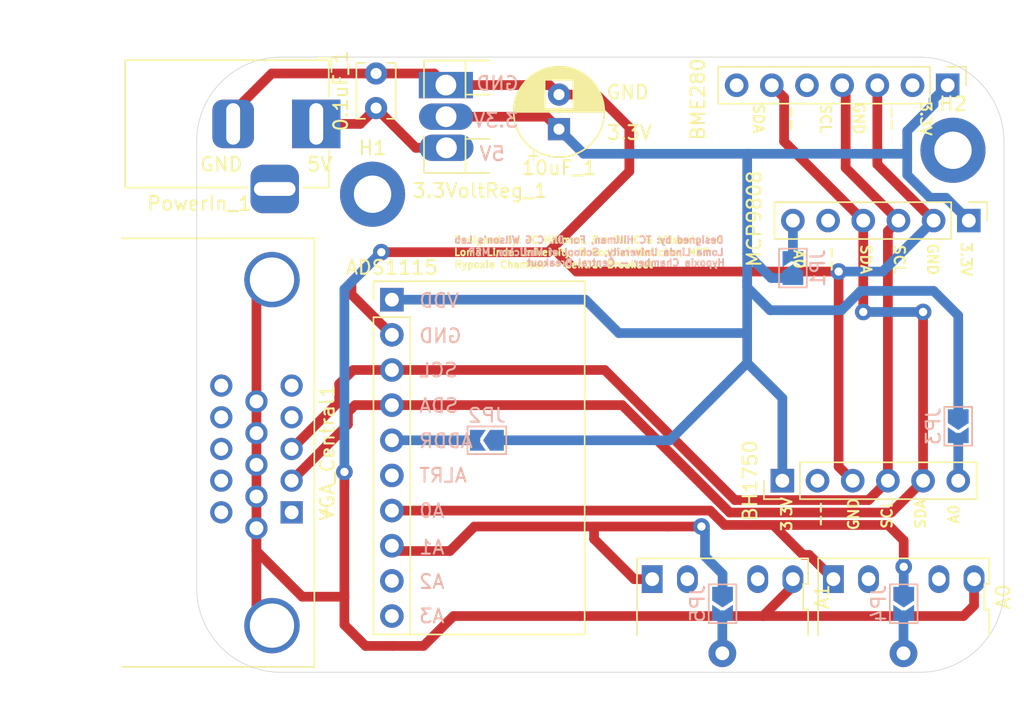
<source format=kicad_pcb>
(kicad_pcb (version 20171130) (host pcbnew "(5.1.10)-1")

  (general
    (thickness 1.6)
    (drawings 26)
    (tracks 149)
    (zones 0)
    (modules 18)
    (nets 29)
  )

  (page A4)
  (layers
    (0 F.Cu signal)
    (31 B.Cu signal)
    (32 B.Adhes user)
    (33 F.Adhes user)
    (34 B.Paste user)
    (35 F.Paste user)
    (36 B.SilkS user)
    (37 F.SilkS user)
    (38 B.Mask user)
    (39 F.Mask user)
    (40 Dwgs.User user)
    (41 Cmts.User user)
    (42 Eco1.User user)
    (43 Eco2.User user)
    (44 Edge.Cuts user)
    (45 Margin user)
    (46 B.CrtYd user)
    (47 F.CrtYd user)
    (48 B.Fab user)
    (49 F.Fab user)
  )

  (setup
    (last_trace_width 0.25)
    (user_trace_width 0.5)
    (user_trace_width 0.6)
    (user_trace_width 0.7)
    (trace_clearance 0.2)
    (zone_clearance 0.508)
    (zone_45_only no)
    (trace_min 0.2)
    (via_size 0.8)
    (via_drill 0.4)
    (via_min_size 0.4)
    (via_min_drill 0.3)
    (user_via 1.2 0.6)
    (uvia_size 0.3)
    (uvia_drill 0.1)
    (uvias_allowed no)
    (uvia_min_size 0.2)
    (uvia_min_drill 0.1)
    (edge_width 0.05)
    (segment_width 0.2)
    (pcb_text_width 0.3)
    (pcb_text_size 1.5 1.5)
    (mod_edge_width 0.12)
    (mod_text_size 1 1)
    (mod_text_width 0.15)
    (pad_size 2 2)
    (pad_drill 1)
    (pad_to_mask_clearance 0)
    (aux_axis_origin 0 0)
    (visible_elements 7FFFFFFF)
    (pcbplotparams
      (layerselection 0x010fc_ffffffff)
      (usegerberextensions false)
      (usegerberattributes true)
      (usegerberadvancedattributes true)
      (creategerberjobfile true)
      (excludeedgelayer true)
      (linewidth 0.100000)
      (plotframeref false)
      (viasonmask false)
      (mode 1)
      (useauxorigin false)
      (hpglpennumber 1)
      (hpglpenspeed 20)
      (hpglpendiameter 15.000000)
      (psnegative false)
      (psa4output false)
      (plotreference true)
      (plotvalue true)
      (plotinvisibletext false)
      (padsonsilk false)
      (subtractmaskfromsilk false)
      (outputformat 1)
      (mirror false)
      (drillshape 1)
      (scaleselection 1)
      (outputdirectory ""))
  )

  (net 0 "")
  (net 1 /GND)
  (net 2 /5v)
  (net 3 /3.3VIn)
  (net 4 "Net-(A0-PadR)")
  (net 5 /A0)
  (net 6 "Net-(A1-PadR)")
  (net 7 /A1)
  (net 8 "Net-(ADS1115-Pad10)")
  (net 9 "Net-(ADS1115-Pad9)")
  (net 10 "Net-(ADS1115-Pad6)")
  (net 11 /ADDR)
  (net 12 /SDA)
  (net 13 /SCL)
  (net 14 "Net-(BH1750-Pad2)")
  (net 15 "Net-(BME280-Pad7)")
  (net 16 "Net-(BME280-Pad5)")
  (net 17 "Net-(BME280-Pad2)")
  (net 18 /Ad0)
  (net 19 "Net-(MCP9808-Pad5)")
  (net 20 "Net-(PowerIn_1-PadMP)")
  (net 21 /GPIO22)
  (net 22 "Net-(VGA_Central1-Pad5)")
  (net 23 /GPIO27)
  (net 24 "Net-(VGA_Central1-Pad11)")
  (net 25 "Net-(VGA_Central1-Pad12)")
  (net 26 "Net-(VGA_Central1-Pad15)")
  (net 27 "Net-(VGA_Central1-Pad14)")
  (net 28 "Net-(VGA_Central1-Pad13)")

  (net_class Default "This is the default net class."
    (clearance 0.2)
    (trace_width 0.25)
    (via_dia 0.8)
    (via_drill 0.4)
    (uvia_dia 0.3)
    (uvia_drill 0.1)
    (add_net /3.3VIn)
    (add_net /5v)
    (add_net /A0)
    (add_net /A1)
    (add_net /ADDR)
    (add_net /Ad0)
    (add_net /GND)
    (add_net /GPIO22)
    (add_net /GPIO27)
    (add_net /SCL)
    (add_net /SDA)
    (add_net "Net-(A0-PadR)")
    (add_net "Net-(A1-PadR)")
    (add_net "Net-(ADS1115-Pad10)")
    (add_net "Net-(ADS1115-Pad6)")
    (add_net "Net-(ADS1115-Pad9)")
    (add_net "Net-(BH1750-Pad2)")
    (add_net "Net-(BME280-Pad2)")
    (add_net "Net-(BME280-Pad5)")
    (add_net "Net-(BME280-Pad7)")
    (add_net "Net-(MCP9808-Pad5)")
    (add_net "Net-(PowerIn_1-PadMP)")
    (add_net "Net-(VGA_Central1-Pad11)")
    (add_net "Net-(VGA_Central1-Pad12)")
    (add_net "Net-(VGA_Central1-Pad13)")
    (add_net "Net-(VGA_Central1-Pad14)")
    (add_net "Net-(VGA_Central1-Pad15)")
    (add_net "Net-(VGA_Central1-Pad5)")
  )

  (module 20211104-Library:20220314-UniversalAux (layer F.Cu) (tedit 622FCD7B) (tstamp 62305016)
    (at 131.699 121.158 180)
    (path /61BB8F72)
    (fp_text reference A1 (at -7.18 0 90) (layer F.SilkS)
      (effects (font (size 1 1) (thickness 0.15)))
    )
    (fp_text value AudioJack3 (at -0.762 -1.397) (layer F.Fab)
      (effects (font (size 1 1) (thickness 0.15)))
    )
    (fp_line (start -6.18 2.769999) (end 6.18 2.77) (layer F.SilkS) (width 0.12))
    (fp_line (start 6.18 2.77) (end 6.18 -2.769999) (layer F.SilkS) (width 0.12))
    (fp_line (start -6.18 -2.77) (end -6.18 -0.923333) (layer F.SilkS) (width 0.12))
    (fp_line (start -6.18 -0.923333) (end -5.82 -0.923333) (layer F.SilkS) (width 0.12))
    (fp_line (start -5.82 -0.923333) (end -5.82 0.923333) (layer F.SilkS) (width 0.12))
    (fp_line (start -5.82 0.923333) (end -6.18 0.923333) (layer F.SilkS) (width 0.12))
    (fp_line (start -6.18 0.923333) (end -6.18 2.769999) (layer F.SilkS) (width 0.12))
    (fp_line (start 5.92836 -5.08508) (end 5.93 2.52) (layer F.CrtYd) (width 0.05))
    (fp_line (start 5.93 2.52) (end -5.93 2.52) (layer F.CrtYd) (width 0.05))
    (fp_line (start -5.93 2.52) (end -5.92328 -5.10032) (layer F.CrtYd) (width 0.05))
    (fp_line (start 5.93 -5.08476) (end -5.93 -5.08476) (layer F.CrtYd) (width 0.05))
    (pad S thru_hole rect (at 5.08 1.27 180) (size 1.5 2) (drill 1) (layers *.Cu *.Mask)
      (net 7 /A1))
    (pad "" thru_hole oval (at 2.54 1.27 180) (size 1.5 2) (drill 1) (layers *.Cu *.Mask))
    (pad R thru_hole oval (at 0.01524 -4.0894 180) (size 2 2) (drill 1) (layers *.Cu *.Mask)
      (net 6 "Net-(A1-PadR)"))
    (pad "" thru_hole oval (at -2.54 1.27 180) (size 1.5 2) (drill 1) (layers *.Cu *.Mask))
    (pad T thru_hole oval (at -5.08 1.27 180) (size 1.5 2) (drill 1) (layers *.Cu *.Mask)
      (net 1 /GND))
  )

  (module 20211104-Library:20220314-UniversalAux (layer F.Cu) (tedit 622FCDA5) (tstamp 62305002)
    (at 144.78 121.158 180)
    (path /61BB79CC)
    (fp_text reference A0 (at -7.18 0 90) (layer F.SilkS)
      (effects (font (size 1 1) (thickness 0.15)))
    )
    (fp_text value AudioJack3 (at 0 0) (layer F.Fab)
      (effects (font (size 1 1) (thickness 0.15)))
    )
    (fp_line (start -6.18 2.769999) (end 6.18 2.77) (layer F.SilkS) (width 0.12))
    (fp_line (start 6.18 2.77) (end 6.18 -2.769999) (layer F.SilkS) (width 0.12))
    (fp_line (start -6.18 -2.77) (end -6.18 -0.923333) (layer F.SilkS) (width 0.12))
    (fp_line (start -6.18 -0.923333) (end -5.82 -0.923333) (layer F.SilkS) (width 0.12))
    (fp_line (start -5.82 -0.923333) (end -5.82 0.923333) (layer F.SilkS) (width 0.12))
    (fp_line (start -5.82 0.923333) (end -6.18 0.923333) (layer F.SilkS) (width 0.12))
    (fp_line (start -6.18 0.923333) (end -6.18 2.769999) (layer F.SilkS) (width 0.12))
    (fp_line (start 5.92836 -5.08508) (end 5.93 2.52) (layer F.CrtYd) (width 0.05))
    (fp_line (start 5.93 2.52) (end -5.93 2.52) (layer F.CrtYd) (width 0.05))
    (fp_line (start -5.93 2.52) (end -5.92328 -5.10032) (layer F.CrtYd) (width 0.05))
    (fp_line (start 5.93 -5.08476) (end -5.93 -5.08476) (layer F.CrtYd) (width 0.05))
    (pad S thru_hole rect (at 5.08 1.27 180) (size 1.5 2) (drill 1) (layers *.Cu *.Mask)
      (net 5 /A0))
    (pad "" thru_hole oval (at 2.54 1.27 180) (size 1.5 2) (drill 1) (layers *.Cu *.Mask))
    (pad R thru_hole oval (at 0.01524 -4.0894 180) (size 2 2) (drill 1) (layers *.Cu *.Mask)
      (net 4 "Net-(A0-PadR)"))
    (pad "" thru_hole oval (at -2.54 1.27 180) (size 1.5 2) (drill 1) (layers *.Cu *.Mask))
    (pad T thru_hole oval (at -5.08 1.27 180) (size 1.5 2) (drill 1) (layers *.Cu *.Mask)
      (net 1 /GND))
  )

  (module Jumper:SolderJumper-2_P1.3mm_Open_TrianglePad1.0x1.5mm (layer B.Cu) (tedit 5A64794F) (tstamp 62303F1F)
    (at 131.699 121.666 270)
    (descr "SMD Solder Jumper, 1x1.5mm Triangular Pads, 0.3mm gap, open")
    (tags "solder jumper open")
    (path /62317643)
    (attr virtual)
    (fp_text reference JP5 (at 0 1.8 90) (layer B.SilkS)
      (effects (font (size 1 1) (thickness 0.15)) (justify mirror))
    )
    (fp_text value SolderJumper_2_Open (at 0 -1.9 90) (layer B.Fab)
      (effects (font (size 1 1) (thickness 0.15)) (justify mirror))
    )
    (fp_line (start -1.4 -1) (end -1.4 1) (layer B.SilkS) (width 0.12))
    (fp_line (start 1.4 -1) (end -1.4 -1) (layer B.SilkS) (width 0.12))
    (fp_line (start 1.4 1) (end 1.4 -1) (layer B.SilkS) (width 0.12))
    (fp_line (start -1.4 1) (end 1.4 1) (layer B.SilkS) (width 0.12))
    (fp_line (start -1.65 1.25) (end 1.65 1.25) (layer B.CrtYd) (width 0.05))
    (fp_line (start -1.65 1.25) (end -1.65 -1.25) (layer B.CrtYd) (width 0.05))
    (fp_line (start 1.65 -1.25) (end 1.65 1.25) (layer B.CrtYd) (width 0.05))
    (fp_line (start 1.65 -1.25) (end -1.65 -1.25) (layer B.CrtYd) (width 0.05))
    (pad 1 smd custom (at -0.725 0 270) (size 0.3 0.3) (layers B.Cu B.Mask)
      (net 7 /A1) (zone_connect 2)
      (options (clearance outline) (anchor rect))
      (primitives
        (gr_poly (pts
           (xy -0.5 0.75) (xy 0.5 0.75) (xy 1 0) (xy 0.5 -0.75) (xy -0.5 -0.75)
) (width 0))
      ))
    (pad 2 smd custom (at 0.725 0 270) (size 0.3 0.3) (layers B.Cu B.Mask)
      (net 6 "Net-(A1-PadR)") (zone_connect 2)
      (options (clearance outline) (anchor rect))
      (primitives
        (gr_poly (pts
           (xy -0.65 0.75) (xy 0.5 0.75) (xy 0.5 -0.75) (xy -0.65 -0.75) (xy -0.15 0)
) (width 0))
      ))
  )

  (module Jumper:SolderJumper-2_P1.3mm_Open_TrianglePad1.0x1.5mm (layer B.Cu) (tedit 5A64794F) (tstamp 62303F11)
    (at 144.78 121.666 270)
    (descr "SMD Solder Jumper, 1x1.5mm Triangular Pads, 0.3mm gap, open")
    (tags "solder jumper open")
    (path /62315226)
    (attr virtual)
    (fp_text reference JP4 (at 0 1.8 90) (layer B.SilkS)
      (effects (font (size 1 1) (thickness 0.15)) (justify mirror))
    )
    (fp_text value SolderJumper_2_Open (at 0 -1.9 90) (layer B.Fab)
      (effects (font (size 1 1) (thickness 0.15)) (justify mirror))
    )
    (fp_line (start -1.4 -1) (end -1.4 1) (layer B.SilkS) (width 0.12))
    (fp_line (start 1.4 -1) (end -1.4 -1) (layer B.SilkS) (width 0.12))
    (fp_line (start 1.4 1) (end 1.4 -1) (layer B.SilkS) (width 0.12))
    (fp_line (start -1.4 1) (end 1.4 1) (layer B.SilkS) (width 0.12))
    (fp_line (start -1.65 1.25) (end 1.65 1.25) (layer B.CrtYd) (width 0.05))
    (fp_line (start -1.65 1.25) (end -1.65 -1.25) (layer B.CrtYd) (width 0.05))
    (fp_line (start 1.65 -1.25) (end 1.65 1.25) (layer B.CrtYd) (width 0.05))
    (fp_line (start 1.65 -1.25) (end -1.65 -1.25) (layer B.CrtYd) (width 0.05))
    (pad 1 smd custom (at -0.725 0 270) (size 0.3 0.3) (layers B.Cu B.Mask)
      (net 5 /A0) (zone_connect 2)
      (options (clearance outline) (anchor rect))
      (primitives
        (gr_poly (pts
           (xy -0.5 0.75) (xy 0.5 0.75) (xy 1 0) (xy 0.5 -0.75) (xy -0.5 -0.75)
) (width 0))
      ))
    (pad 2 smd custom (at 0.725 0 270) (size 0.3 0.3) (layers B.Cu B.Mask)
      (net 4 "Net-(A0-PadR)") (zone_connect 2)
      (options (clearance outline) (anchor rect))
      (primitives
        (gr_poly (pts
           (xy -0.65 0.75) (xy 0.5 0.75) (xy 0.5 -0.75) (xy -0.65 -0.75) (xy -0.15 0)
) (width 0))
      ))
  )

  (module Jumper:SolderJumper-2_P1.3mm_Open_TrianglePad1.0x1.5mm (layer B.Cu) (tedit 5A64794F) (tstamp 62303F03)
    (at 148.717 108.839 270)
    (descr "SMD Solder Jumper, 1x1.5mm Triangular Pads, 0.3mm gap, open")
    (tags "solder jumper open")
    (path /61BE1CC0)
    (attr virtual)
    (fp_text reference JP3 (at 0 1.8 90) (layer B.SilkS)
      (effects (font (size 1 1) (thickness 0.15)) (justify mirror))
    )
    (fp_text value SolderJumper_2_Open (at 0 -1.9 90) (layer B.Fab)
      (effects (font (size 1 1) (thickness 0.15)) (justify mirror))
    )
    (fp_line (start -1.4 -1) (end -1.4 1) (layer B.SilkS) (width 0.12))
    (fp_line (start 1.4 -1) (end -1.4 -1) (layer B.SilkS) (width 0.12))
    (fp_line (start 1.4 1) (end 1.4 -1) (layer B.SilkS) (width 0.12))
    (fp_line (start -1.4 1) (end 1.4 1) (layer B.SilkS) (width 0.12))
    (fp_line (start -1.65 1.25) (end 1.65 1.25) (layer B.CrtYd) (width 0.05))
    (fp_line (start -1.65 1.25) (end -1.65 -1.25) (layer B.CrtYd) (width 0.05))
    (fp_line (start 1.65 -1.25) (end 1.65 1.25) (layer B.CrtYd) (width 0.05))
    (fp_line (start 1.65 -1.25) (end -1.65 -1.25) (layer B.CrtYd) (width 0.05))
    (pad 1 smd custom (at -0.725 0 270) (size 0.3 0.3) (layers B.Cu B.Mask)
      (net 3 /3.3VIn) (zone_connect 2)
      (options (clearance outline) (anchor rect))
      (primitives
        (gr_poly (pts
           (xy -0.5 0.75) (xy 0.5 0.75) (xy 1 0) (xy 0.5 -0.75) (xy -0.5 -0.75)
) (width 0))
      ))
    (pad 2 smd custom (at 0.725 0 270) (size 0.3 0.3) (layers B.Cu B.Mask)
      (net 11 /ADDR) (zone_connect 2)
      (options (clearance outline) (anchor rect))
      (primitives
        (gr_poly (pts
           (xy -0.65 0.75) (xy 0.5 0.75) (xy 0.5 -0.75) (xy -0.65 -0.75) (xy -0.15 0)
) (width 0))
      ))
  )

  (module Jumper:SolderJumper-2_P1.3mm_Open_TrianglePad1.0x1.5mm (layer B.Cu) (tedit 5A64794F) (tstamp 62303EF5)
    (at 114.681 109.855 180)
    (descr "SMD Solder Jumper, 1x1.5mm Triangular Pads, 0.3mm gap, open")
    (tags "solder jumper open")
    (path /61BE011F)
    (attr virtual)
    (fp_text reference JP2 (at 0 1.8) (layer B.SilkS)
      (effects (font (size 1 1) (thickness 0.15)) (justify mirror))
    )
    (fp_text value SolderJumper_2_Open (at -3.045 -0.786) (layer B.Fab)
      (effects (font (size 1 1) (thickness 0.15)) (justify mirror))
    )
    (fp_line (start -1.4 -1) (end -1.4 1) (layer B.SilkS) (width 0.12))
    (fp_line (start 1.4 -1) (end -1.4 -1) (layer B.SilkS) (width 0.12))
    (fp_line (start 1.4 1) (end 1.4 -1) (layer B.SilkS) (width 0.12))
    (fp_line (start -1.4 1) (end 1.4 1) (layer B.SilkS) (width 0.12))
    (fp_line (start -1.65 1.25) (end 1.65 1.25) (layer B.CrtYd) (width 0.05))
    (fp_line (start -1.65 1.25) (end -1.65 -1.25) (layer B.CrtYd) (width 0.05))
    (fp_line (start 1.65 -1.25) (end 1.65 1.25) (layer B.CrtYd) (width 0.05))
    (fp_line (start 1.65 -1.25) (end -1.65 -1.25) (layer B.CrtYd) (width 0.05))
    (pad 1 smd custom (at -0.725 0 180) (size 0.3 0.3) (layers B.Cu B.Mask)
      (net 3 /3.3VIn) (zone_connect 2)
      (options (clearance outline) (anchor rect))
      (primitives
        (gr_poly (pts
           (xy -0.5 0.75) (xy 0.5 0.75) (xy 1 0) (xy 0.5 -0.75) (xy -0.5 -0.75)
) (width 0))
      ))
    (pad 2 smd custom (at 0.725 0 180) (size 0.3 0.3) (layers B.Cu B.Mask)
      (net 11 /ADDR) (zone_connect 2)
      (options (clearance outline) (anchor rect))
      (primitives
        (gr_poly (pts
           (xy -0.65 0.75) (xy 0.5 0.75) (xy 0.5 -0.75) (xy -0.65 -0.75) (xy -0.15 0)
) (width 0))
      ))
  )

  (module Jumper:SolderJumper-2_P1.3mm_Open_TrianglePad1.0x1.5mm (layer B.Cu) (tedit 5A64794F) (tstamp 62303EE7)
    (at 136.779 97.409 90)
    (descr "SMD Solder Jumper, 1x1.5mm Triangular Pads, 0.3mm gap, open")
    (tags "solder jumper open")
    (path /61BDEC05)
    (attr virtual)
    (fp_text reference JP1 (at 0 1.8 90) (layer B.SilkS)
      (effects (font (size 1 1) (thickness 0.15)) (justify mirror))
    )
    (fp_text value SolderJumper_2_Open (at 0 -1.9 90) (layer B.Fab)
      (effects (font (size 1 1) (thickness 0.15)) (justify mirror))
    )
    (fp_line (start -1.4 -1) (end -1.4 1) (layer B.SilkS) (width 0.12))
    (fp_line (start 1.4 -1) (end -1.4 -1) (layer B.SilkS) (width 0.12))
    (fp_line (start 1.4 1) (end 1.4 -1) (layer B.SilkS) (width 0.12))
    (fp_line (start -1.4 1) (end 1.4 1) (layer B.SilkS) (width 0.12))
    (fp_line (start -1.65 1.25) (end 1.65 1.25) (layer B.CrtYd) (width 0.05))
    (fp_line (start -1.65 1.25) (end -1.65 -1.25) (layer B.CrtYd) (width 0.05))
    (fp_line (start 1.65 -1.25) (end 1.65 1.25) (layer B.CrtYd) (width 0.05))
    (fp_line (start 1.65 -1.25) (end -1.65 -1.25) (layer B.CrtYd) (width 0.05))
    (pad 1 smd custom (at -0.725 0 90) (size 0.3 0.3) (layers B.Cu B.Mask)
      (net 3 /3.3VIn) (zone_connect 2)
      (options (clearance outline) (anchor rect))
      (primitives
        (gr_poly (pts
           (xy -0.5 0.75) (xy 0.5 0.75) (xy 1 0) (xy 0.5 -0.75) (xy -0.5 -0.75)
) (width 0))
      ))
    (pad 2 smd custom (at 0.725 0 90) (size 0.3 0.3) (layers B.Cu B.Mask)
      (net 18 /Ad0) (zone_connect 2)
      (options (clearance outline) (anchor rect))
      (primitives
        (gr_poly (pts
           (xy -0.65 0.75) (xy 0.5 0.75) (xy 0.5 -0.75) (xy -0.65 -0.75) (xy -0.15 0)
) (width 0))
      ))
  )

  (module 20211104-Library:DSUB-15-HD-Female-Horixonal_P2.29x2.54mm_EdgePinOffset8.35mm_Mouting10.89mm (layer F.Cu) (tedit 61841A0F) (tstamp 62302277)
    (at 100.584 115.062 270)
    (descr "15-pin D-Sub connector, horizontal/angled (90 deg), THT-mount, female, pitch 2.29x1.98mm, pin-PCB-offset 8.35mm, distance of mounting holes 25mm, distance of mounting holes to PCB edge 10.889999999999999mm, see https://disti-assets.s3.amazonaws.com/tonar/files/datasheets/16730.pdf")
    (tags "15-pin D-Sub connector horizontal angled 90deg THT female pitch 2.29x1.98mm pin-PCB-offset 8.35mm mounting-holes-distance 25mm mounting-hole-offset 25mm")
    (path /61BB6486)
    (fp_text reference VGA_Central1 (at -4.315 -2.58 90) (layer F.SilkS)
      (effects (font (size 1 1) (thickness 0.15)))
    )
    (fp_text value DB15_Female_HighDensity_MountingHoles (at -4.315 20.21 90) (layer F.Fab)
      (effects (font (size 1 1) (thickness 0.15)))
    )
    (fp_circle (center 1.139595 2.54) (end 1.990495 2.4638) (layer Dwgs.User) (width 0.12))
    (fp_line (start -19.74 -1.58) (end -19.74 12.31) (layer F.Fab) (width 0.1))
    (fp_line (start -19.74 12.31) (end 11.11 12.31) (layer F.Fab) (width 0.1))
    (fp_line (start 11.11 12.31) (end 11.11 -1.58) (layer F.Fab) (width 0.1))
    (fp_line (start 11.11 -1.58) (end -19.74 -1.58) (layer F.Fab) (width 0.1))
    (fp_line (start -19.74 12.31) (end -19.74 12.71) (layer F.Fab) (width 0.1))
    (fp_line (start -19.74 12.71) (end 11.11 12.71) (layer F.Fab) (width 0.1))
    (fp_line (start 11.11 12.71) (end 11.11 12.31) (layer F.Fab) (width 0.1))
    (fp_line (start 11.11 12.31) (end -19.74 12.31) (layer F.Fab) (width 0.1))
    (fp_line (start -12.465 12.71) (end -12.465 18.71) (layer F.Fab) (width 0.1))
    (fp_line (start -12.465 18.71) (end 3.835 18.71) (layer F.Fab) (width 0.1))
    (fp_line (start 3.835 18.71) (end 3.835 12.71) (layer F.Fab) (width 0.1))
    (fp_line (start 3.835 12.71) (end -12.465 12.71) (layer F.Fab) (width 0.1))
    (fp_line (start -19.315 12.71) (end -19.315 17.71) (layer F.Fab) (width 0.1))
    (fp_line (start -19.315 17.71) (end -14.315 17.71) (layer F.Fab) (width 0.1))
    (fp_line (start -14.315 17.71) (end -14.315 12.71) (layer F.Fab) (width 0.1))
    (fp_line (start -14.315 12.71) (end -19.315 12.71) (layer F.Fab) (width 0.1))
    (fp_line (start 5.685 12.71) (end 5.685 17.71) (layer F.Fab) (width 0.1))
    (fp_line (start 5.685 17.71) (end 10.685 17.71) (layer F.Fab) (width 0.1))
    (fp_line (start 10.685 17.71) (end 10.685 12.71) (layer F.Fab) (width 0.1))
    (fp_line (start 10.685 12.71) (end 5.685 12.71) (layer F.Fab) (width 0.1))
    (fp_line (start -18.415 12.31) (end -18.415 1.42) (layer F.Fab) (width 0.1))
    (fp_line (start -15.215 12.31) (end -15.215 1.42) (layer F.Fab) (width 0.1))
    (fp_line (start 6.585 12.31) (end 6.585 1.42) (layer F.Fab) (width 0.1))
    (fp_line (start 9.785 12.31) (end 9.785 1.42) (layer F.Fab) (width 0.1))
    (fp_line (start -19.8 12.25) (end -19.8 -1.64) (layer F.SilkS) (width 0.12))
    (fp_line (start -19.8 -1.64) (end 11.17 -1.64) (layer F.SilkS) (width 0.12))
    (fp_line (start 11.17 -1.64) (end 11.17 12.25) (layer F.SilkS) (width 0.12))
    (fp_line (start -0.25 -2.534338) (end 0.25 -2.534338) (layer F.SilkS) (width 0.12))
    (fp_line (start 0.25 -2.534338) (end 0 -2.101325) (layer F.SilkS) (width 0.12))
    (fp_line (start 0 -2.101325) (end -0.25 -2.534338) (layer F.SilkS) (width 0.12))
    (fp_line (start -20.25 -2.1) (end -20.25 19.25) (layer F.CrtYd) (width 0.05))
    (fp_line (start -20.25 19.25) (end 11.65 19.25) (layer F.CrtYd) (width 0.05))
    (fp_line (start 11.65 19.25) (end 11.65 -2.1) (layer F.CrtYd) (width 0.05))
    (fp_line (start 11.65 -2.1) (end -20.25 -2.1) (layer F.CrtYd) (width 0.05))
    (fp_text user %R (at -4.315 15.71 90) (layer F.Fab)
      (effects (font (size 1 1) (thickness 0.15)))
    )
    (fp_arc (start 8.185 1.42) (end 6.585 1.42) (angle 180) (layer F.Fab) (width 0.1))
    (fp_arc (start -16.815 1.42) (end -18.415 1.42) (angle 180) (layer F.Fab) (width 0.1))
    (pad 1 thru_hole rect (at 0 0 270) (size 1.6 1.6) (drill 1) (layers *.Cu *.Mask)
      (net 21 /GPIO22))
    (pad 6 thru_hole circle (at 1.145 2.54 270) (size 1.6 1.6) (drill 1) (layers *.Cu *.Mask)
      (net 1 /GND))
    (pad 5 thru_hole circle (at -9.16 0 270) (size 1.6 1.6) (drill 1) (layers *.Cu *.Mask)
      (net 22 "Net-(VGA_Central1-Pad5)"))
    (pad 3 thru_hole circle (at -4.58 0 270) (size 1.6 1.6) (drill 1) (layers *.Cu *.Mask)
      (net 13 /SCL))
    (pad 4 thru_hole circle (at -6.87 0 270) (size 1.6 1.6) (drill 1) (layers *.Cu *.Mask)
      (net 23 /GPIO27))
    (pad 11 thru_hole circle (at 0 5.08 270) (size 1.6 1.6) (drill 1) (layers *.Cu *.Mask)
      (net 24 "Net-(VGA_Central1-Pad11)"))
    (pad 12 thru_hole circle (at -2.29 5.08 270) (size 1.6 1.6) (drill 1) (layers *.Cu *.Mask)
      (net 25 "Net-(VGA_Central1-Pad12)"))
    (pad 15 thru_hole circle (at -9.16 5.08 270) (size 1.6 1.6) (drill 1) (layers *.Cu *.Mask)
      (net 26 "Net-(VGA_Central1-Pad15)"))
    (pad 8 thru_hole circle (at -3.435 2.54 270) (size 1.6 1.6) (drill 1) (layers *.Cu *.Mask)
      (net 1 /GND))
    (pad 9 thru_hole circle (at -5.725 2.54 270) (size 1.6 1.6) (drill 1) (layers *.Cu *.Mask)
      (net 1 /GND))
    (pad 14 thru_hole circle (at -6.87 5.08 270) (size 1.6 1.6) (drill 1) (layers *.Cu *.Mask)
      (net 27 "Net-(VGA_Central1-Pad14)"))
    (pad 7 thru_hole circle (at -1.145 2.54 270) (size 1.6 1.6) (drill 1) (layers *.Cu *.Mask)
      (net 1 /GND))
    (pad 10 thru_hole circle (at -8.015 2.54 270) (size 1.6 1.6) (drill 1) (layers *.Cu *.Mask)
      (net 1 /GND))
    (pad 13 thru_hole circle (at -4.58 5.08 270) (size 1.6 1.6) (drill 1) (layers *.Cu *.Mask)
      (net 28 "Net-(VGA_Central1-Pad13)"))
    (pad 2 thru_hole circle (at -2.29 0 270) (size 1.6 1.6) (drill 1) (layers *.Cu *.Mask)
      (net 12 /SDA))
    (pad 0 thru_hole circle (at 8.185 1.42 270) (size 4 4) (drill 3.2) (layers *.Cu *.Mask)
      (net 1 /GND))
    (pad 0 thru_hole circle (at -16.815 1.42 270) (size 4 4) (drill 3.2) (layers *.Cu *.Mask)
      (net 1 /GND))
    (model ${KICAD6_3DMODEL_DIR}/Connector_Dsub.3dshapes/DSUB-15-HD_Female_Horizontal_P2.29x1.98mm_EdgePinOffset8.35mm_Housed_MountingHolesOffset10.89mm.wrl
      (at (xyz 0 0 0))
      (scale (xyz 1 1 1))
      (rotate (xyz 0 0 0))
    )
  )

  (module 20211104-Library:BarrelJack_Horizontal_w_MP (layer F.Cu) (tedit 61841F93) (tstamp 6230223C)
    (at 102.362 86.995)
    (descr "DC Barrel Jack")
    (tags "Power Jack")
    (path /61BB61AE)
    (fp_text reference PowerIn_1 (at -8.45 5.75) (layer F.SilkS)
      (effects (font (size 1 1) (thickness 0.15)))
    )
    (fp_text value Barrel_Jack_MountingPin (at -6.2 -5.5) (layer F.Fab)
      (effects (font (size 1 1) (thickness 0.15)))
    )
    (fp_line (start 0 -4.5) (end -13.7 -4.5) (layer F.Fab) (width 0.1))
    (fp_line (start 0.8 4.5) (end 0.8 -3.75) (layer F.Fab) (width 0.1))
    (fp_line (start -13.7 4.5) (end 0.8 4.5) (layer F.Fab) (width 0.1))
    (fp_line (start -13.7 -4.5) (end -13.7 4.5) (layer F.Fab) (width 0.1))
    (fp_line (start -10.2 -4.5) (end -10.2 4.5) (layer F.Fab) (width 0.1))
    (fp_line (start 0.9 -4.6) (end 0.9 -2) (layer F.SilkS) (width 0.12))
    (fp_line (start -13.8 -4.6) (end 0.9 -4.6) (layer F.SilkS) (width 0.12))
    (fp_line (start 0.9 4.6) (end -1 4.6) (layer F.SilkS) (width 0.12))
    (fp_line (start 0.9 1.9) (end 0.9 4.6) (layer F.SilkS) (width 0.12))
    (fp_line (start -13.8 4.6) (end -13.8 -4.6) (layer F.SilkS) (width 0.12))
    (fp_line (start -5 4.6) (end -13.8 4.6) (layer F.SilkS) (width 0.12))
    (fp_line (start -14 4.75) (end -14 -4.75) (layer F.CrtYd) (width 0.05))
    (fp_line (start -5 4.75) (end -14 4.75) (layer F.CrtYd) (width 0.05))
    (fp_line (start -5 6.75) (end -5 4.75) (layer F.CrtYd) (width 0.05))
    (fp_line (start -1 6.75) (end -5 6.75) (layer F.CrtYd) (width 0.05))
    (fp_line (start -1 4.75) (end -1 6.75) (layer F.CrtYd) (width 0.05))
    (fp_line (start 1 4.75) (end -1 4.75) (layer F.CrtYd) (width 0.05))
    (fp_line (start 1 2) (end 1 4.75) (layer F.CrtYd) (width 0.05))
    (fp_line (start 2 2) (end 1 2) (layer F.CrtYd) (width 0.05))
    (fp_line (start 2 -2) (end 2 2) (layer F.CrtYd) (width 0.05))
    (fp_line (start 1 -2) (end 2 -2) (layer F.CrtYd) (width 0.05))
    (fp_line (start 1 -4.5) (end 1 -2) (layer F.CrtYd) (width 0.05))
    (fp_line (start 1 -4.75) (end -14 -4.75) (layer F.CrtYd) (width 0.05))
    (fp_line (start 1 -4.5) (end 1 -4.75) (layer F.CrtYd) (width 0.05))
    (fp_line (start 0.05 -4.8) (end 1.1 -4.8) (layer F.SilkS) (width 0.12))
    (fp_line (start 1.1 -3.75) (end 1.1 -4.8) (layer F.SilkS) (width 0.12))
    (fp_line (start -0.003213 -4.505425) (end 0.8 -3.75) (layer F.Fab) (width 0.1))
    (fp_text user %R (at -3 -2.95) (layer F.Fab)
      (effects (font (size 1 1) (thickness 0.15)))
    )
    (pad MP thru_hole roundrect (at -3 4.7) (size 3.5 3.5) (drill oval 3 1) (layers *.Cu *.Mask) (roundrect_rratio 0.25)
      (net 20 "Net-(PowerIn_1-PadMP)"))
    (pad 2 thru_hole roundrect (at -6 0) (size 3 3.5) (drill oval 1 3) (layers *.Cu *.Mask) (roundrect_rratio 0.25)
      (net 1 /GND))
    (pad 1 thru_hole rect (at 0 0) (size 3.5 3.5) (drill oval 1 3) (layers *.Cu *.Mask)
      (net 2 /5v))
    (model ${KISYS3DMOD}/Connector_BarrelJack.3dshapes/BarrelJack_Horizontal.wrl
      (at (xyz 0 0 0))
      (scale (xyz 1 1 1))
      (rotate (xyz 0 0 0))
    )
  )

  (module Connector_PinHeader_2.54mm:PinHeader_1x06_P2.54mm_Vertical (layer F.Cu) (tedit 59FED5CC) (tstamp 62302219)
    (at 149.479 93.98 270)
    (descr "Through hole straight pin header, 1x06, 2.54mm pitch, single row")
    (tags "Through hole pin header THT 1x06 2.54mm single row")
    (path /61BB6A8A)
    (fp_text reference MCP9808 (at -0.127 15.494 90) (layer F.SilkS)
      (effects (font (size 1 1) (thickness 0.15)))
    )
    (fp_text value Conn_01x06 (at 0 15.03 90) (layer F.Fab)
      (effects (font (size 1 1) (thickness 0.15)))
    )
    (fp_line (start -0.635 -1.27) (end 1.27 -1.27) (layer F.Fab) (width 0.1))
    (fp_line (start 1.27 -1.27) (end 1.27 13.97) (layer F.Fab) (width 0.1))
    (fp_line (start 1.27 13.97) (end -1.27 13.97) (layer F.Fab) (width 0.1))
    (fp_line (start -1.27 13.97) (end -1.27 -0.635) (layer F.Fab) (width 0.1))
    (fp_line (start -1.27 -0.635) (end -0.635 -1.27) (layer F.Fab) (width 0.1))
    (fp_line (start -1.33 14.03) (end 1.33 14.03) (layer F.SilkS) (width 0.12))
    (fp_line (start -1.33 1.27) (end -1.33 14.03) (layer F.SilkS) (width 0.12))
    (fp_line (start 1.33 1.27) (end 1.33 14.03) (layer F.SilkS) (width 0.12))
    (fp_line (start -1.33 1.27) (end 1.33 1.27) (layer F.SilkS) (width 0.12))
    (fp_line (start -1.33 0) (end -1.33 -1.33) (layer F.SilkS) (width 0.12))
    (fp_line (start -1.33 -1.33) (end 0 -1.33) (layer F.SilkS) (width 0.12))
    (fp_line (start -1.8 -1.8) (end -1.8 14.5) (layer F.CrtYd) (width 0.05))
    (fp_line (start -1.8 14.5) (end 1.8 14.5) (layer F.CrtYd) (width 0.05))
    (fp_line (start 1.8 14.5) (end 1.8 -1.8) (layer F.CrtYd) (width 0.05))
    (fp_line (start 1.8 -1.8) (end -1.8 -1.8) (layer F.CrtYd) (width 0.05))
    (fp_text user %R (at 0 6.35) (layer F.Fab)
      (effects (font (size 1 1) (thickness 0.15)))
    )
    (pad 6 thru_hole oval (at 0 12.7 270) (size 1.7 1.7) (drill 1) (layers *.Cu *.Mask)
      (net 18 /Ad0))
    (pad 5 thru_hole oval (at 0 10.16 270) (size 1.7 1.7) (drill 1) (layers *.Cu *.Mask)
      (net 19 "Net-(MCP9808-Pad5)"))
    (pad 4 thru_hole oval (at 0 7.62 270) (size 1.7 1.7) (drill 1) (layers *.Cu *.Mask)
      (net 12 /SDA))
    (pad 3 thru_hole oval (at 0 5.08 270) (size 1.7 1.7) (drill 1) (layers *.Cu *.Mask)
      (net 13 /SCL))
    (pad 2 thru_hole oval (at 0 2.54 270) (size 1.7 1.7) (drill 1) (layers *.Cu *.Mask)
      (net 1 /GND))
    (pad 1 thru_hole rect (at 0 0 270) (size 1.7 1.7) (drill 1) (layers *.Cu *.Mask)
      (net 3 /3.3VIn))
    (model ${KISYS3DMOD}/Connector_PinHeader_2.54mm.3dshapes/PinHeader_1x06_P2.54mm_Vertical.wrl
      (at (xyz 0 0 0))
      (scale (xyz 1 1 1))
      (rotate (xyz 0 0 0))
    )
  )

  (module MountingHole:MountingHole_2.7mm_M2.5_DIN965_Pad_TopBottom (layer F.Cu) (tedit 56D1B4CB) (tstamp 623021FF)
    (at 148.336 88.9)
    (descr "Mounting Hole 2.7mm, M2.5, DIN965")
    (tags "mounting hole 2.7mm m2.5 din965")
    (path /61C42D9C)
    (attr virtual)
    (fp_text reference H2 (at 0 -3.35) (layer F.SilkS)
      (effects (font (size 1 1) (thickness 0.15)))
    )
    (fp_text value MountingHole (at 0 3.35) (layer F.Fab)
      (effects (font (size 1 1) (thickness 0.15)))
    )
    (fp_circle (center 0 0) (end 2.35 0) (layer Cmts.User) (width 0.15))
    (fp_circle (center 0 0) (end 2.6 0) (layer F.CrtYd) (width 0.05))
    (fp_text user %R (at 0.3 0) (layer F.Fab)
      (effects (font (size 1 1) (thickness 0.15)))
    )
    (pad 1 connect circle (at 0 0) (size 4.7 4.7) (layers B.Cu B.Mask))
    (pad 1 connect circle (at 0 0) (size 4.7 4.7) (layers F.Cu F.Mask))
    (pad 1 thru_hole circle (at 0 0) (size 3.1 3.1) (drill 2.7) (layers *.Cu *.Mask))
  )

  (module MountingHole:MountingHole_2.7mm_M2.5_DIN965_Pad_TopBottom (layer F.Cu) (tedit 56D1B4CB) (tstamp 623021F5)
    (at 106.426 92.075)
    (descr "Mounting Hole 2.7mm, M2.5, DIN965")
    (tags "mounting hole 2.7mm m2.5 din965")
    (path /61C42834)
    (attr virtual)
    (fp_text reference H1 (at 0 -3.35) (layer F.SilkS)
      (effects (font (size 1 1) (thickness 0.15)))
    )
    (fp_text value MountingHole (at 0 3.35) (layer F.Fab)
      (effects (font (size 1 1) (thickness 0.15)))
    )
    (fp_circle (center 0 0) (end 2.35 0) (layer Cmts.User) (width 0.15))
    (fp_circle (center 0 0) (end 2.6 0) (layer F.CrtYd) (width 0.05))
    (fp_text user %R (at 0.3 0) (layer F.Fab)
      (effects (font (size 1 1) (thickness 0.15)))
    )
    (pad 1 connect circle (at 0 0) (size 4.7 4.7) (layers B.Cu B.Mask))
    (pad 1 connect circle (at 0 0) (size 4.7 4.7) (layers F.Cu F.Mask))
    (pad 1 thru_hole circle (at 0 0) (size 3.1 3.1) (drill 2.7) (layers *.Cu *.Mask))
  )

  (module Connector_PinHeader_2.54mm:PinHeader_1x07_P2.54mm_Vertical (layer F.Cu) (tedit 59FED5CC) (tstamp 623021EB)
    (at 147.955 84.201 270)
    (descr "Through hole straight pin header, 1x07, 2.54mm pitch, single row")
    (tags "Through hole pin header THT 1x07 2.54mm single row")
    (path /61BB68C2)
    (fp_text reference BME280 (at 1.016 18.034 90) (layer F.SilkS)
      (effects (font (size 1 1) (thickness 0.15)))
    )
    (fp_text value Conn_01x07 (at 0 17.57 90) (layer F.Fab)
      (effects (font (size 1 1) (thickness 0.15)))
    )
    (fp_line (start -0.635 -1.27) (end 1.27 -1.27) (layer F.Fab) (width 0.1))
    (fp_line (start 1.27 -1.27) (end 1.27 16.51) (layer F.Fab) (width 0.1))
    (fp_line (start 1.27 16.51) (end -1.27 16.51) (layer F.Fab) (width 0.1))
    (fp_line (start -1.27 16.51) (end -1.27 -0.635) (layer F.Fab) (width 0.1))
    (fp_line (start -1.27 -0.635) (end -0.635 -1.27) (layer F.Fab) (width 0.1))
    (fp_line (start -1.33 16.57) (end 1.33 16.57) (layer F.SilkS) (width 0.12))
    (fp_line (start -1.33 1.27) (end -1.33 16.57) (layer F.SilkS) (width 0.12))
    (fp_line (start 1.33 1.27) (end 1.33 16.57) (layer F.SilkS) (width 0.12))
    (fp_line (start -1.33 1.27) (end 1.33 1.27) (layer F.SilkS) (width 0.12))
    (fp_line (start -1.33 0) (end -1.33 -1.33) (layer F.SilkS) (width 0.12))
    (fp_line (start -1.33 -1.33) (end 0 -1.33) (layer F.SilkS) (width 0.12))
    (fp_line (start -1.8 -1.8) (end -1.8 17.05) (layer F.CrtYd) (width 0.05))
    (fp_line (start -1.8 17.05) (end 1.8 17.05) (layer F.CrtYd) (width 0.05))
    (fp_line (start 1.8 17.05) (end 1.8 -1.8) (layer F.CrtYd) (width 0.05))
    (fp_line (start 1.8 -1.8) (end -1.8 -1.8) (layer F.CrtYd) (width 0.05))
    (fp_text user %R (at 0 7.62) (layer F.Fab)
      (effects (font (size 1 1) (thickness 0.15)))
    )
    (pad 7 thru_hole oval (at 0 15.24 270) (size 1.7 1.7) (drill 1) (layers *.Cu *.Mask)
      (net 15 "Net-(BME280-Pad7)"))
    (pad 6 thru_hole oval (at 0 12.7 270) (size 1.7 1.7) (drill 1) (layers *.Cu *.Mask)
      (net 12 /SDA))
    (pad 5 thru_hole oval (at 0 10.16 270) (size 1.7 1.7) (drill 1) (layers *.Cu *.Mask)
      (net 16 "Net-(BME280-Pad5)"))
    (pad 4 thru_hole oval (at 0 7.62 270) (size 1.7 1.7) (drill 1) (layers *.Cu *.Mask)
      (net 13 /SCL))
    (pad 3 thru_hole oval (at 0 5.08 270) (size 1.7 1.7) (drill 1) (layers *.Cu *.Mask)
      (net 1 /GND))
    (pad 2 thru_hole oval (at 0 2.54 270) (size 1.7 1.7) (drill 1) (layers *.Cu *.Mask)
      (net 17 "Net-(BME280-Pad2)"))
    (pad 1 thru_hole rect (at 0 0 270) (size 1.7 1.7) (drill 1) (layers *.Cu *.Mask)
      (net 3 /3.3VIn))
    (model ${KISYS3DMOD}/Connector_PinHeader_2.54mm.3dshapes/PinHeader_1x07_P2.54mm_Vertical.wrl
      (at (xyz 0 0 0))
      (scale (xyz 1 1 1))
      (rotate (xyz 0 0 0))
    )
  )

  (module Connector_PinHeader_2.54mm:PinHeader_1x06_P2.54mm_Vertical (layer F.Cu) (tedit 59FED5CC) (tstamp 623021D0)
    (at 136.017 112.776 90)
    (descr "Through hole straight pin header, 1x06, 2.54mm pitch, single row")
    (tags "Through hole pin header THT 1x06 2.54mm single row")
    (path /61BB72E9)
    (fp_text reference BH1750 (at 0 -2.33 90) (layer F.SilkS)
      (effects (font (size 1 1) (thickness 0.15)))
    )
    (fp_text value Conn_01x06 (at 0 15.03 90) (layer F.Fab)
      (effects (font (size 1 1) (thickness 0.15)))
    )
    (fp_line (start -0.635 -1.27) (end 1.27 -1.27) (layer F.Fab) (width 0.1))
    (fp_line (start 1.27 -1.27) (end 1.27 13.97) (layer F.Fab) (width 0.1))
    (fp_line (start 1.27 13.97) (end -1.27 13.97) (layer F.Fab) (width 0.1))
    (fp_line (start -1.27 13.97) (end -1.27 -0.635) (layer F.Fab) (width 0.1))
    (fp_line (start -1.27 -0.635) (end -0.635 -1.27) (layer F.Fab) (width 0.1))
    (fp_line (start -1.33 14.03) (end 1.33 14.03) (layer F.SilkS) (width 0.12))
    (fp_line (start -1.33 1.27) (end -1.33 14.03) (layer F.SilkS) (width 0.12))
    (fp_line (start 1.33 1.27) (end 1.33 14.03) (layer F.SilkS) (width 0.12))
    (fp_line (start -1.33 1.27) (end 1.33 1.27) (layer F.SilkS) (width 0.12))
    (fp_line (start -1.33 0) (end -1.33 -1.33) (layer F.SilkS) (width 0.12))
    (fp_line (start -1.33 -1.33) (end 0 -1.33) (layer F.SilkS) (width 0.12))
    (fp_line (start -1.8 -1.8) (end -1.8 14.5) (layer F.CrtYd) (width 0.05))
    (fp_line (start -1.8 14.5) (end 1.8 14.5) (layer F.CrtYd) (width 0.05))
    (fp_line (start 1.8 14.5) (end 1.8 -1.8) (layer F.CrtYd) (width 0.05))
    (fp_line (start 1.8 -1.8) (end -1.8 -1.8) (layer F.CrtYd) (width 0.05))
    (fp_text user %R (at 0 6.35) (layer F.Fab)
      (effects (font (size 1 1) (thickness 0.15)))
    )
    (pad 6 thru_hole oval (at 0 12.7 90) (size 1.7 1.7) (drill 1) (layers *.Cu *.Mask)
      (net 11 /ADDR))
    (pad 5 thru_hole oval (at 0 10.16 90) (size 1.7 1.7) (drill 1) (layers *.Cu *.Mask)
      (net 12 /SDA))
    (pad 4 thru_hole oval (at 0 7.62 90) (size 1.7 1.7) (drill 1) (layers *.Cu *.Mask)
      (net 13 /SCL))
    (pad 3 thru_hole oval (at 0 5.08 90) (size 1.7 1.7) (drill 1) (layers *.Cu *.Mask)
      (net 1 /GND))
    (pad 2 thru_hole oval (at 0 2.54 90) (size 1.7 1.7) (drill 1) (layers *.Cu *.Mask)
      (net 14 "Net-(BH1750-Pad2)"))
    (pad 1 thru_hole rect (at 0 0 90) (size 1.7 1.7) (drill 1) (layers *.Cu *.Mask)
      (net 3 /3.3VIn))
    (model ${KISYS3DMOD}/Connector_PinHeader_2.54mm.3dshapes/PinHeader_1x06_P2.54mm_Vertical.wrl
      (at (xyz 0 0 0))
      (scale (xyz 1 1 1))
      (rotate (xyz 0 0 0))
    )
  )

  (module 20211104-Library:ADS1115 (layer F.Cu) (tedit 61B68131) (tstamp 623021B6)
    (at 107.823 99.695)
    (descr "Through hole straight pin header, 1x10, 2.54mm pitch, single row")
    (tags "Through hole pin header THT 1x10 2.54mm single row")
    (path /61BB9716)
    (fp_text reference ADS1115 (at 0 -2.33) (layer F.SilkS)
      (effects (font (size 1 1) (thickness 0.15)))
    )
    (fp_text value Conn_01x10 (at 0 25.19) (layer F.Fab)
      (effects (font (size 1 1) (thickness 0.15)))
    )
    (fp_line (start 1.8 -1.8) (end -1.8 -1.8) (layer F.CrtYd) (width 0.05))
    (fp_line (start 1.8 24.65) (end 1.8 -1.8) (layer F.CrtYd) (width 0.05))
    (fp_line (start -1.8 24.65) (end 1.8 24.65) (layer F.CrtYd) (width 0.05))
    (fp_line (start -1.8 -1.8) (end -1.8 24.65) (layer F.CrtYd) (width 0.05))
    (fp_line (start -1.33 -1.33) (end 13.89 -1.33) (layer F.SilkS) (width 0.12))
    (fp_line (start -1.33 0) (end -1.33 -1.33) (layer F.SilkS) (width 0.12))
    (fp_line (start -1.33 1.27) (end 1.33 1.27) (layer F.SilkS) (width 0.12))
    (fp_line (start 1.33 1.27) (end 1.33 24.19) (layer F.SilkS) (width 0.12))
    (fp_line (start -1.33 1.27) (end -1.33 24.19) (layer F.SilkS) (width 0.12))
    (fp_line (start -1.33 24.19) (end 13.89 24.19) (layer F.SilkS) (width 0.12))
    (fp_line (start -1.27 -0.635) (end -0.635 -1.27) (layer F.Fab) (width 0.1))
    (fp_line (start -1.27 24.13) (end -1.27 -0.635) (layer F.Fab) (width 0.1))
    (fp_line (start 1.27 24.13) (end -1.27 24.13) (layer F.Fab) (width 0.1))
    (fp_line (start 1.27 -1.27) (end 1.27 24.13) (layer F.Fab) (width 0.1))
    (fp_line (start -0.635 -1.27) (end 1.27 -1.27) (layer F.Fab) (width 0.1))
    (fp_line (start 13.9192 -1.3843) (end 13.9192 24.1681) (layer F.SilkS) (width 0.12))
    (fp_text user A3 (at 2.8829 22.86 180) (layer B.SilkS)
      (effects (font (size 1 1) (thickness 0.15)) (justify mirror))
    )
    (fp_text user A2 (at 2.8829 20.3708 180) (layer B.SilkS)
      (effects (font (size 1 1) (thickness 0.15)) (justify mirror))
    )
    (fp_text user A1 (at 2.8829 17.8943 180) (layer B.SilkS)
      (effects (font (size 1 1) (thickness 0.15)) (justify mirror))
    )
    (fp_text user A0 (at 2.8829 15.2527 180) (layer B.SilkS)
      (effects (font (size 1 1) (thickness 0.15)) (justify mirror))
    )
    (fp_text user ALRT (at 3.692423 12.7 180) (layer B.SilkS)
      (effects (font (size 1 1) (thickness 0.15)) (justify mirror))
    )
    (fp_text user ADDR (at 3.906709 10.2108 180) (layer B.SilkS)
      (effects (font (size 1 1) (thickness 0.15)) (justify mirror))
    )
    (fp_text user SDA (at 3.3829 7.6581 180) (layer B.SilkS)
      (effects (font (size 1 1) (thickness 0.15)) (justify mirror))
    )
    (fp_text user SCL (at 3.35909 5.0927 180) (layer B.SilkS)
      (effects (font (size 1 1) (thickness 0.15)) (justify mirror))
    )
    (fp_text user GND (at 3.501947 2.6162 180) (layer B.SilkS)
      (effects (font (size 1 1) (thickness 0.15)) (justify mirror))
    )
    (fp_text user VDD (at 3.406709 0.0635 180) (layer B.SilkS)
      (effects (font (size 1 1) (thickness 0.15)) (justify mirror))
    )
    (fp_text user %R (at 0 11.43 90) (layer F.Fab)
      (effects (font (size 1 1) (thickness 0.15)))
    )
    (pad 10 thru_hole oval (at 0 22.86) (size 1.7 1.7) (drill 1) (layers *.Cu *.Mask)
      (net 8 "Net-(ADS1115-Pad10)"))
    (pad 9 thru_hole oval (at 0 20.32) (size 1.7 1.7) (drill 1) (layers *.Cu *.Mask)
      (net 9 "Net-(ADS1115-Pad9)"))
    (pad 8 thru_hole oval (at 0 17.78) (size 1.7 1.7) (drill 1) (layers *.Cu *.Mask)
      (net 7 /A1))
    (pad 7 thru_hole oval (at 0 15.24) (size 1.7 1.7) (drill 1) (layers *.Cu *.Mask)
      (net 5 /A0))
    (pad 6 thru_hole oval (at 0 12.7) (size 1.7 1.7) (drill 1) (layers *.Cu *.Mask)
      (net 10 "Net-(ADS1115-Pad6)"))
    (pad 5 thru_hole oval (at 0 10.16) (size 1.7 1.7) (drill 1) (layers *.Cu *.Mask)
      (net 11 /ADDR))
    (pad 4 thru_hole oval (at 0 7.62) (size 1.7 1.7) (drill 1) (layers *.Cu *.Mask)
      (net 12 /SDA))
    (pad 3 thru_hole oval (at 0 5.08) (size 1.7 1.7) (drill 1) (layers *.Cu *.Mask)
      (net 13 /SCL))
    (pad 2 thru_hole oval (at 0 2.54) (size 1.7 1.7) (drill 1) (layers *.Cu *.Mask)
      (net 1 /GND))
    (pad 1 thru_hole rect (at 0 0) (size 1.7 1.7) (drill 1) (layers *.Cu *.Mask)
      (net 3 /3.3VIn))
    (model ${KISYS3DMOD}/Connector_PinHeader_2.54mm.3dshapes/PinHeader_1x10_P2.54mm_Vertical.wrl
      (at (xyz 0 0 0))
      (scale (xyz 1 1 1))
      (rotate (xyz 0 0 0))
    )
  )

  (module 20211104-Library:3.3V_Regulator (layer F.Cu) (tedit 622FC044) (tstamp 6230216D)
    (at 111.76 81.026 270)
    (descr "TO-3P-3, Vertical, RM 5.45mm, , see https://toshiba.semicon-storage.com/ap-en/design-support/package/detail.TO-3P(N).html")
    (tags "TO-3P-3 Vertical RM 5.45mm ")
    (path /61BB5A26)
    (fp_text reference 3.3VoltReg_1 (at 10.795 -2.413 180) (layer F.SilkS)
      (effects (font (size 1 1) (thickness 0.15)))
    )
    (fp_text value LD1117S33TR_SOT223 (at 5.45 3.5 90) (layer F.Fab)
      (effects (font (size 1 1) (thickness 0.15)))
    )
    (fp_line (start 7.051 -3.12) (end 7.051 -1.38) (layer F.SilkS) (width 0.12))
    (fp_line (start 3.85 -3.12) (end 3.85 -1.38) (layer F.SilkS) (width 0.12))
    (fp_line (start 6.85 -1.38) (end 9.5 -1.38) (layer F.SilkS) (width 0.12))
    (fp_line (start 1.4 -1.38) (end 4.051 -1.38) (layer F.SilkS) (width 0.12))
    (fp_line (start 6.85 1.62) (end 9.5 1.62) (layer F.SilkS) (width 0.12))
    (fp_line (start 1.4 1.62) (end 4.051 1.62) (layer F.SilkS) (width 0.12))
    (fp_line (start 7.05 -3) (end 7.05 -1.5) (layer F.Fab) (width 0.1))
    (fp_line (start 3.85 -3) (end 3.85 -1.5) (layer F.Fab) (width 0.1))
    (fp_line (start -2.3 -1.5) (end 13.2 -1.5) (layer F.Fab) (width 0.1))
    (fp_line (start 13.2 -3) (end -2.3 -3) (layer F.Fab) (width 0.1))
    (fp_line (start 13.2 1.5) (end 13.2 -3) (layer F.Fab) (width 0.1))
    (fp_line (start -2.3 1.5) (end 13.2 1.5) (layer F.Fab) (width 0.1))
    (fp_line (start -2.3 -3) (end -2.3 1.5) (layer F.Fab) (width 0.1))
    (fp_line (start 1.3843 1.6002) (end 1.3843 -3.0861) (layer F.SilkS) (width 0.12))
    (fp_line (start 9.5123 1.6002) (end 9.5123 -3.1115) (layer F.SilkS) (width 0.12))
    (fp_line (start 11.7475 -2.9972) (end 11.7475 2.4511) (layer F.CrtYd) (width 0.12))
    (fp_line (start 11.7475 -3.0099) (end 11.7475 -3.2131) (layer F.CrtYd) (width 0.12))
    (fp_line (start -1.27 2.4638) (end -1.2573 -3.2639) (layer F.CrtYd) (width 0.12))
    (fp_line (start -1.2573 -3.2639) (end 11.7475 -3.2639) (layer F.CrtYd) (width 0.12))
    (fp_line (start -1.27 2.4638) (end 11.7475 2.4638) (layer F.CrtYd) (width 0.12))
    (fp_text user %R (at 5.45 -4.12 90) (layer F.Fab)
      (effects (font (size 1 1) (thickness 0.15)))
    )
    (pad 3 thru_hole oval (at 7.6962 0 270) (size 1.9 3.9) (drill 1.5) (layers *.Cu *.Mask)
      (net 2 /5v))
    (pad 2 thru_hole oval (at 5.4483 0.0254 270) (size 1.9 3.9) (drill 1.5) (layers *.Cu *.Mask)
      (net 3 /3.3VIn))
    (pad 1 thru_hole rect (at 3.1623 0.0381 270) (size 1.9 3.9) (drill 1.5) (layers *.Cu *.Mask)
      (net 1 /GND))
    (model ${KISYS3DMOD}/Package_TO_SOT_THT.3dshapes/TO-3P-3_Vertical.wrl
      (at (xyz 0 0 0))
      (scale (xyz 1 1 1))
      (rotate (xyz 0 0 0))
    )
  )

  (module 20211104-Library:CP_10uF_Radial_D6.3mm_P2.50mm (layer F.Cu) (tedit 5AE50EF0) (tstamp 62302151)
    (at 119.888 87.376 90)
    (descr "CP, Radial series, Radial, pin pitch=2.50mm, , diameter=6.3mm, Electrolytic Capacitor")
    (tags "CP Radial series Radial pin pitch 2.50mm  diameter 6.3mm Electrolytic Capacitor")
    (path /61BB572D)
    (fp_text reference 10uF_1 (at -2.794 0 180) (layer F.SilkS)
      (effects (font (size 1 1) (thickness 0.15)))
    )
    (fp_text value CP_Small (at 1.25 4.4 90) (layer F.Fab)
      (effects (font (size 1 1) (thickness 0.15)))
    )
    (fp_line (start -1.935241 -2.154) (end -1.935241 -1.524) (layer F.SilkS) (width 0.12))
    (fp_line (start -2.250241 -1.839) (end -1.620241 -1.839) (layer F.SilkS) (width 0.12))
    (fp_line (start 4.491 -0.402) (end 4.491 0.402) (layer F.SilkS) (width 0.12))
    (fp_line (start 4.451 -0.633) (end 4.451 0.633) (layer F.SilkS) (width 0.12))
    (fp_line (start 4.411 -0.802) (end 4.411 0.802) (layer F.SilkS) (width 0.12))
    (fp_line (start 4.371 -0.94) (end 4.371 0.94) (layer F.SilkS) (width 0.12))
    (fp_line (start 4.331 -1.059) (end 4.331 1.059) (layer F.SilkS) (width 0.12))
    (fp_line (start 4.291 -1.165) (end 4.291 1.165) (layer F.SilkS) (width 0.12))
    (fp_line (start 4.251 -1.262) (end 4.251 1.262) (layer F.SilkS) (width 0.12))
    (fp_line (start 4.211 -1.35) (end 4.211 1.35) (layer F.SilkS) (width 0.12))
    (fp_line (start 4.171 -1.432) (end 4.171 1.432) (layer F.SilkS) (width 0.12))
    (fp_line (start 4.131 -1.509) (end 4.131 1.509) (layer F.SilkS) (width 0.12))
    (fp_line (start 4.091 -1.581) (end 4.091 1.581) (layer F.SilkS) (width 0.12))
    (fp_line (start 4.051 -1.65) (end 4.051 1.65) (layer F.SilkS) (width 0.12))
    (fp_line (start 4.011 -1.714) (end 4.011 1.714) (layer F.SilkS) (width 0.12))
    (fp_line (start 3.971 -1.776) (end 3.971 1.776) (layer F.SilkS) (width 0.12))
    (fp_line (start 3.931 -1.834) (end 3.931 1.834) (layer F.SilkS) (width 0.12))
    (fp_line (start 3.891 -1.89) (end 3.891 1.89) (layer F.SilkS) (width 0.12))
    (fp_line (start 3.851 -1.944) (end 3.851 1.944) (layer F.SilkS) (width 0.12))
    (fp_line (start 3.811 -1.995) (end 3.811 1.995) (layer F.SilkS) (width 0.12))
    (fp_line (start 3.771 -2.044) (end 3.771 2.044) (layer F.SilkS) (width 0.12))
    (fp_line (start 3.731 -2.092) (end 3.731 2.092) (layer F.SilkS) (width 0.12))
    (fp_line (start 3.691 -2.137) (end 3.691 2.137) (layer F.SilkS) (width 0.12))
    (fp_line (start 3.651 -2.182) (end 3.651 2.182) (layer F.SilkS) (width 0.12))
    (fp_line (start 3.611 -2.224) (end 3.611 2.224) (layer F.SilkS) (width 0.12))
    (fp_line (start 3.571 -2.265) (end 3.571 2.265) (layer F.SilkS) (width 0.12))
    (fp_line (start 3.531 1.04) (end 3.531 2.305) (layer F.SilkS) (width 0.12))
    (fp_line (start 3.531 -2.305) (end 3.531 -1.04) (layer F.SilkS) (width 0.12))
    (fp_line (start 3.491 1.04) (end 3.491 2.343) (layer F.SilkS) (width 0.12))
    (fp_line (start 3.491 -2.343) (end 3.491 -1.04) (layer F.SilkS) (width 0.12))
    (fp_line (start 3.451 1.04) (end 3.451 2.38) (layer F.SilkS) (width 0.12))
    (fp_line (start 3.451 -2.38) (end 3.451 -1.04) (layer F.SilkS) (width 0.12))
    (fp_line (start 3.411 1.04) (end 3.411 2.416) (layer F.SilkS) (width 0.12))
    (fp_line (start 3.411 -2.416) (end 3.411 -1.04) (layer F.SilkS) (width 0.12))
    (fp_line (start 3.371 1.04) (end 3.371 2.45) (layer F.SilkS) (width 0.12))
    (fp_line (start 3.371 -2.45) (end 3.371 -1.04) (layer F.SilkS) (width 0.12))
    (fp_line (start 3.331 1.04) (end 3.331 2.484) (layer F.SilkS) (width 0.12))
    (fp_line (start 3.331 -2.484) (end 3.331 -1.04) (layer F.SilkS) (width 0.12))
    (fp_line (start 3.291 1.04) (end 3.291 2.516) (layer F.SilkS) (width 0.12))
    (fp_line (start 3.291 -2.516) (end 3.291 -1.04) (layer F.SilkS) (width 0.12))
    (fp_line (start 3.251 1.04) (end 3.251 2.548) (layer F.SilkS) (width 0.12))
    (fp_line (start 3.251 -2.548) (end 3.251 -1.04) (layer F.SilkS) (width 0.12))
    (fp_line (start 3.211 1.04) (end 3.211 2.578) (layer F.SilkS) (width 0.12))
    (fp_line (start 3.211 -2.578) (end 3.211 -1.04) (layer F.SilkS) (width 0.12))
    (fp_line (start 3.171 1.04) (end 3.171 2.607) (layer F.SilkS) (width 0.12))
    (fp_line (start 3.171 -2.607) (end 3.171 -1.04) (layer F.SilkS) (width 0.12))
    (fp_line (start 3.131 1.04) (end 3.131 2.636) (layer F.SilkS) (width 0.12))
    (fp_line (start 3.131 -2.636) (end 3.131 -1.04) (layer F.SilkS) (width 0.12))
    (fp_line (start 3.091 1.04) (end 3.091 2.664) (layer F.SilkS) (width 0.12))
    (fp_line (start 3.091 -2.664) (end 3.091 -1.04) (layer F.SilkS) (width 0.12))
    (fp_line (start 3.051 1.04) (end 3.051 2.69) (layer F.SilkS) (width 0.12))
    (fp_line (start 3.051 -2.69) (end 3.051 -1.04) (layer F.SilkS) (width 0.12))
    (fp_line (start 3.011 1.04) (end 3.011 2.716) (layer F.SilkS) (width 0.12))
    (fp_line (start 3.011 -2.716) (end 3.011 -1.04) (layer F.SilkS) (width 0.12))
    (fp_line (start 2.971 1.04) (end 2.971 2.742) (layer F.SilkS) (width 0.12))
    (fp_line (start 2.971 -2.742) (end 2.971 -1.04) (layer F.SilkS) (width 0.12))
    (fp_line (start 2.931 1.04) (end 2.931 2.766) (layer F.SilkS) (width 0.12))
    (fp_line (start 2.931 -2.766) (end 2.931 -1.04) (layer F.SilkS) (width 0.12))
    (fp_line (start 2.891 1.04) (end 2.891 2.79) (layer F.SilkS) (width 0.12))
    (fp_line (start 2.891 -2.79) (end 2.891 -1.04) (layer F.SilkS) (width 0.12))
    (fp_line (start 2.851 1.04) (end 2.851 2.812) (layer F.SilkS) (width 0.12))
    (fp_line (start 2.851 -2.812) (end 2.851 -1.04) (layer F.SilkS) (width 0.12))
    (fp_line (start 2.811 1.04) (end 2.811 2.834) (layer F.SilkS) (width 0.12))
    (fp_line (start 2.811 -2.834) (end 2.811 -1.04) (layer F.SilkS) (width 0.12))
    (fp_line (start 2.771 1.04) (end 2.771 2.856) (layer F.SilkS) (width 0.12))
    (fp_line (start 2.771 -2.856) (end 2.771 -1.04) (layer F.SilkS) (width 0.12))
    (fp_line (start 2.731 1.04) (end 2.731 2.876) (layer F.SilkS) (width 0.12))
    (fp_line (start 2.731 -2.876) (end 2.731 -1.04) (layer F.SilkS) (width 0.12))
    (fp_line (start 2.691 1.04) (end 2.691 2.896) (layer F.SilkS) (width 0.12))
    (fp_line (start 2.691 -2.896) (end 2.691 -1.04) (layer F.SilkS) (width 0.12))
    (fp_line (start 2.651 1.04) (end 2.651 2.916) (layer F.SilkS) (width 0.12))
    (fp_line (start 2.651 -2.916) (end 2.651 -1.04) (layer F.SilkS) (width 0.12))
    (fp_line (start 2.611 1.04) (end 2.611 2.934) (layer F.SilkS) (width 0.12))
    (fp_line (start 2.611 -2.934) (end 2.611 -1.04) (layer F.SilkS) (width 0.12))
    (fp_line (start 2.571 1.04) (end 2.571 2.952) (layer F.SilkS) (width 0.12))
    (fp_line (start 2.571 -2.952) (end 2.571 -1.04) (layer F.SilkS) (width 0.12))
    (fp_line (start 2.531 1.04) (end 2.531 2.97) (layer F.SilkS) (width 0.12))
    (fp_line (start 2.531 -2.97) (end 2.531 -1.04) (layer F.SilkS) (width 0.12))
    (fp_line (start 2.491 1.04) (end 2.491 2.986) (layer F.SilkS) (width 0.12))
    (fp_line (start 2.491 -2.986) (end 2.491 -1.04) (layer F.SilkS) (width 0.12))
    (fp_line (start 2.451 1.04) (end 2.451 3.002) (layer F.SilkS) (width 0.12))
    (fp_line (start 2.451 -3.002) (end 2.451 -1.04) (layer F.SilkS) (width 0.12))
    (fp_line (start 2.411 1.04) (end 2.411 3.018) (layer F.SilkS) (width 0.12))
    (fp_line (start 2.411 -3.018) (end 2.411 -1.04) (layer F.SilkS) (width 0.12))
    (fp_line (start 2.371 1.04) (end 2.371 3.033) (layer F.SilkS) (width 0.12))
    (fp_line (start 2.371 -3.033) (end 2.371 -1.04) (layer F.SilkS) (width 0.12))
    (fp_line (start 2.331 1.04) (end 2.331 3.047) (layer F.SilkS) (width 0.12))
    (fp_line (start 2.331 -3.047) (end 2.331 -1.04) (layer F.SilkS) (width 0.12))
    (fp_line (start 2.291 1.04) (end 2.291 3.061) (layer F.SilkS) (width 0.12))
    (fp_line (start 2.291 -3.061) (end 2.291 -1.04) (layer F.SilkS) (width 0.12))
    (fp_line (start 2.251 1.04) (end 2.251 3.074) (layer F.SilkS) (width 0.12))
    (fp_line (start 2.251 -3.074) (end 2.251 -1.04) (layer F.SilkS) (width 0.12))
    (fp_line (start 2.211 1.04) (end 2.211 3.086) (layer F.SilkS) (width 0.12))
    (fp_line (start 2.211 -3.086) (end 2.211 -1.04) (layer F.SilkS) (width 0.12))
    (fp_line (start 2.171 1.04) (end 2.171 3.098) (layer F.SilkS) (width 0.12))
    (fp_line (start 2.171 -3.098) (end 2.171 -1.04) (layer F.SilkS) (width 0.12))
    (fp_line (start 2.131 1.04) (end 2.131 3.11) (layer F.SilkS) (width 0.12))
    (fp_line (start 2.131 -3.11) (end 2.131 -1.04) (layer F.SilkS) (width 0.12))
    (fp_line (start 2.091 1.04) (end 2.091 3.121) (layer F.SilkS) (width 0.12))
    (fp_line (start 2.091 -3.121) (end 2.091 -1.04) (layer F.SilkS) (width 0.12))
    (fp_line (start 2.051 1.04) (end 2.051 3.131) (layer F.SilkS) (width 0.12))
    (fp_line (start 2.051 -3.131) (end 2.051 -1.04) (layer F.SilkS) (width 0.12))
    (fp_line (start 2.011 1.04) (end 2.011 3.141) (layer F.SilkS) (width 0.12))
    (fp_line (start 2.011 -3.141) (end 2.011 -1.04) (layer F.SilkS) (width 0.12))
    (fp_line (start 1.971 1.04) (end 1.971 3.15) (layer F.SilkS) (width 0.12))
    (fp_line (start 1.971 -3.15) (end 1.971 -1.04) (layer F.SilkS) (width 0.12))
    (fp_line (start 1.93 1.04) (end 1.93 3.159) (layer F.SilkS) (width 0.12))
    (fp_line (start 1.93 -3.159) (end 1.93 -1.04) (layer F.SilkS) (width 0.12))
    (fp_line (start 1.89 1.04) (end 1.89 3.167) (layer F.SilkS) (width 0.12))
    (fp_line (start 1.89 -3.167) (end 1.89 -1.04) (layer F.SilkS) (width 0.12))
    (fp_line (start 1.85 1.04) (end 1.85 3.175) (layer F.SilkS) (width 0.12))
    (fp_line (start 1.85 -3.175) (end 1.85 -1.04) (layer F.SilkS) (width 0.12))
    (fp_line (start 1.81 1.04) (end 1.81 3.182) (layer F.SilkS) (width 0.12))
    (fp_line (start 1.81 -3.182) (end 1.81 -1.04) (layer F.SilkS) (width 0.12))
    (fp_line (start 1.77 1.04) (end 1.77 3.189) (layer F.SilkS) (width 0.12))
    (fp_line (start 1.77 -3.189) (end 1.77 -1.04) (layer F.SilkS) (width 0.12))
    (fp_line (start 1.73 1.04) (end 1.73 3.195) (layer F.SilkS) (width 0.12))
    (fp_line (start 1.73 -3.195) (end 1.73 -1.04) (layer F.SilkS) (width 0.12))
    (fp_line (start 1.69 1.04) (end 1.69 3.201) (layer F.SilkS) (width 0.12))
    (fp_line (start 1.69 -3.201) (end 1.69 -1.04) (layer F.SilkS) (width 0.12))
    (fp_line (start 1.65 1.04) (end 1.65 3.206) (layer F.SilkS) (width 0.12))
    (fp_line (start 1.65 -3.206) (end 1.65 -1.04) (layer F.SilkS) (width 0.12))
    (fp_line (start 1.61 1.04) (end 1.61 3.211) (layer F.SilkS) (width 0.12))
    (fp_line (start 1.61 -3.211) (end 1.61 -1.04) (layer F.SilkS) (width 0.12))
    (fp_line (start 1.57 1.04) (end 1.57 3.215) (layer F.SilkS) (width 0.12))
    (fp_line (start 1.57 -3.215) (end 1.57 -1.04) (layer F.SilkS) (width 0.12))
    (fp_line (start 1.53 1.04) (end 1.53 3.218) (layer F.SilkS) (width 0.12))
    (fp_line (start 1.53 -3.218) (end 1.53 -1.04) (layer F.SilkS) (width 0.12))
    (fp_line (start 1.49 1.04) (end 1.49 3.222) (layer F.SilkS) (width 0.12))
    (fp_line (start 1.49 -3.222) (end 1.49 -1.04) (layer F.SilkS) (width 0.12))
    (fp_line (start 1.45 -3.224) (end 1.45 3.224) (layer F.SilkS) (width 0.12))
    (fp_line (start 1.41 -3.227) (end 1.41 3.227) (layer F.SilkS) (width 0.12))
    (fp_line (start 1.37 -3.228) (end 1.37 3.228) (layer F.SilkS) (width 0.12))
    (fp_line (start 1.33 -3.23) (end 1.33 3.23) (layer F.SilkS) (width 0.12))
    (fp_line (start 1.29 -3.23) (end 1.29 3.23) (layer F.SilkS) (width 0.12))
    (fp_line (start 1.25 -3.23) (end 1.25 3.23) (layer F.SilkS) (width 0.12))
    (fp_line (start -1.128972 -1.6885) (end -1.128972 -1.0585) (layer F.Fab) (width 0.1))
    (fp_line (start -1.443972 -1.3735) (end -0.813972 -1.3735) (layer F.Fab) (width 0.1))
    (fp_circle (center 1.25 0) (end 4.65 0) (layer F.CrtYd) (width 0.05))
    (fp_circle (center 1.25 0) (end 4.52 0) (layer F.SilkS) (width 0.12))
    (fp_circle (center 1.25 0) (end 4.4 0) (layer F.Fab) (width 0.1))
    (fp_text user %R (at 1.25 0 90) (layer F.Fab)
      (effects (font (size 1 1) (thickness 0.15)))
    )
    (pad 2 thru_hole circle (at 2.5 0 90) (size 1.6 1.6) (drill 0.8) (layers *.Cu *.Mask)
      (net 1 /GND))
    (pad 1 thru_hole rect (at 0 0 90) (size 1.6 1.6) (drill 0.8) (layers *.Cu *.Mask)
      (net 3 /3.3VIn))
    (model ${KISYS3DMOD}/Capacitor_THT.3dshapes/CP_Radial_D6.3mm_P2.50mm.wrl
      (at (xyz 0 0 0))
      (scale (xyz 1 1 1))
      (rotate (xyz 0 0 0))
    )
  )

  (module 20211104-Library:C_Disc_0.1uF_D3.8mm_W2.6mm_P2.50mm (layer F.Cu) (tedit 5AE50EF0) (tstamp 623020BD)
    (at 106.68 85.852 90)
    (descr "C, Disc series, Radial, pin pitch=2.50mm, , diameter*width=3.8*2.6mm^2, Capacitor, http://www.vishay.com/docs/45233/krseries.pdf")
    (tags "C Disc series Radial pin pitch 2.50mm  diameter 3.8mm width 2.6mm Capacitor")
    (path /61BB53E8)
    (fp_text reference 0.1uF_1 (at 1.25 -2.55 90) (layer F.SilkS)
      (effects (font (size 1 1) (thickness 0.15)))
    )
    (fp_text value CP_Small (at 1.25 2.55 90) (layer F.Fab)
      (effects (font (size 1 1) (thickness 0.15)))
    )
    (fp_line (start 3.55 -1.55) (end -1.05 -1.55) (layer F.CrtYd) (width 0.05))
    (fp_line (start 3.55 1.55) (end 3.55 -1.55) (layer F.CrtYd) (width 0.05))
    (fp_line (start -1.05 1.55) (end 3.55 1.55) (layer F.CrtYd) (width 0.05))
    (fp_line (start -1.05 -1.55) (end -1.05 1.55) (layer F.CrtYd) (width 0.05))
    (fp_line (start 3.27 0.795) (end 3.27 1.42) (layer F.SilkS) (width 0.12))
    (fp_line (start 3.27 -1.42) (end 3.27 -0.795) (layer F.SilkS) (width 0.12))
    (fp_line (start -0.77 0.795) (end -0.77 1.42) (layer F.SilkS) (width 0.12))
    (fp_line (start -0.77 -1.42) (end -0.77 -0.795) (layer F.SilkS) (width 0.12))
    (fp_line (start -0.77 1.42) (end 3.27 1.42) (layer F.SilkS) (width 0.12))
    (fp_line (start -0.77 -1.42) (end 3.27 -1.42) (layer F.SilkS) (width 0.12))
    (fp_line (start 3.15 -1.3) (end -0.65 -1.3) (layer F.Fab) (width 0.1))
    (fp_line (start 3.15 1.3) (end 3.15 -1.3) (layer F.Fab) (width 0.1))
    (fp_line (start -0.65 1.3) (end 3.15 1.3) (layer F.Fab) (width 0.1))
    (fp_line (start -0.65 -1.3) (end -0.65 1.3) (layer F.Fab) (width 0.1))
    (fp_text user %R (at 1.25 0 90) (layer F.Fab)
      (effects (font (size 0.76 0.76) (thickness 0.114)))
    )
    (pad 2 thru_hole circle (at 2.5 0 90) (size 1.6 1.6) (drill 0.8) (layers *.Cu *.Mask)
      (net 1 /GND))
    (pad 1 thru_hole circle (at 0 0 90) (size 1.6 1.6) (drill 0.8) (layers *.Cu *.Mask)
      (net 2 /5v))
    (model ${KISYS3DMOD}/Capacitor_THT.3dshapes/C_Disc_D3.8mm_W2.6mm_P2.50mm.wrl
      (at (xyz 0 0 0))
      (scale (xyz 1 1 1))
      (rotate (xyz 0 0 0))
    )
  )

  (gr_text "Loma Linda University, School of Medicine, MSP" (at 122.555 96.266) (layer B.SilkS) (tstamp 622FCA4D)
    (effects (font (size 0.5 0.5) (thickness 0.125)) (justify mirror))
  )
  (gr_text "Hypoxia Chamber - Central Breakout" (at 119.507 97.155) (layer F.SilkS) (tstamp 622FCA4C)
    (effects (font (size 0.5 0.5) (thickness 0.125)))
  )
  (gr_text "Designed by: TC Hillman, For Dr. C G Wilson's Lab" (at 122.047 95.377) (layer B.SilkS) (tstamp 622FCA4B)
    (effects (font (size 0.5 0.5) (thickness 0.125)) (justify mirror))
  )
  (gr_text "Designed by: TC Hillman, For Dr. C G Wilson's Lab" (at 122.047 95.377) (layer F.SilkS) (tstamp 622FCA4A)
    (effects (font (size 0.5 0.5) (thickness 0.125)))
  )
  (gr_text "Loma Linda University, School of Medicine, MSP" (at 121.539 96.266) (layer F.SilkS) (tstamp 622FCA49)
    (effects (font (size 0.5 0.5) (thickness 0.125)))
  )
  (gr_text "Hypoxia Chamber - Central Breakout" (at 124.714 97.028) (layer B.SilkS) (tstamp 622FCA48)
    (effects (font (size 0.5 0.5) (thickness 0.125)) (justify mirror))
  )
  (gr_text "3.3V\n\n--\n\nGND\n\nSCL\n\n--\n\nSDA\n" (at 140.335 86.614 270) (layer F.SilkS) (tstamp 622FCA44)
    (effects (font (size 0.75 0.75) (thickness 0.15)))
  )
  (gr_text "3.3V\n\nGND\n\nSCL\n\nSDA\n\n--\n\nA0" (at 143.256 96.774 270) (layer F.SilkS) (tstamp 622FCA43)
    (effects (font (size 0.75 0.75) (thickness 0.15)))
  )
  (gr_text "3.3V\n\n--\n\nGND\n\nSCL\n\nSDA\n\nA0" (at 142.367 115.189 90) (layer F.SilkS) (tstamp 622FCA42)
    (effects (font (size 0.75 0.75) (thickness 0.15)))
  )
  (gr_text GND (at 115.443 84.074) (layer B.SilkS) (tstamp 622FCA36)
    (effects (font (size 1 1) (thickness 0.15)) (justify mirror))
  )
  (gr_text 5V (at 115.062 89.154) (layer B.SilkS) (tstamp 622FCA35)
    (effects (font (size 1 1) (thickness 0.15)) (justify mirror))
  )
  (gr_text 3.3V (at 124.968 87.63) (layer F.SilkS) (tstamp 622FCA34)
    (effects (font (size 1 1) (thickness 0.15)))
  )
  (gr_text GND (at 95.504 89.916) (layer F.SilkS) (tstamp 622FCA33)
    (effects (font (size 1 1) (thickness 0.15)))
  )
  (gr_text GND (at 124.841 84.709) (layer F.SilkS) (tstamp 622FCA32)
    (effects (font (size 1 1) (thickness 0.15)))
  )
  (gr_text 5V (at 102.616 89.916) (layer F.SilkS) (tstamp 622FCA31)
    (effects (font (size 1 1) (thickness 0.15)))
  )
  (gr_text 3.3V (at 115.316 86.741) (layer B.SilkS) (tstamp 622FCA30)
    (effects (font (size 1 1) (thickness 0.15)) (justify mirror))
  )
  (gr_line (start 99.822 126.619) (end 145.923 126.619) (layer Edge.Cuts) (width 0.05) (tstamp 62306D9C))
  (gr_line (start 93.726 88.265) (end 93.726 120.523) (layer Edge.Cuts) (width 0.05) (tstamp 62306D9B))
  (gr_line (start 145.923 82.169) (end 99.822 82.169) (layer Edge.Cuts) (width 0.05) (tstamp 62306D9A))
  (gr_line (start 152.019 120.523) (end 152.019 88.265) (layer Edge.Cuts) (width 0.05) (tstamp 62306D99))
  (gr_arc (start 145.923 120.523) (end 145.923 126.619) (angle -90) (layer Edge.Cuts) (width 0.05))
  (gr_arc (start 145.923 88.265) (end 152.019 88.265) (angle -90) (layer Edge.Cuts) (width 0.05))
  (gr_arc (start 99.822 88.265) (end 99.822 82.169) (angle -90) (layer Edge.Cuts) (width 0.05))
  (gr_arc (start 99.822 120.523) (end 93.726 120.523) (angle -90) (layer Edge.Cuts) (width 0.05))
  (gr_line (start 142.24 113.758) (end 142.24 95.758) (layer Dwgs.User) (width 0.15) (tstamp 62306724))
  (gr_line (start 106.426 110.617) (end 124.426 110.617) (layer Dwgs.User) (width 0.15))

  (segment (start 96.362 86.995) (end 96.362 86.137) (width 0.7) (layer F.Cu) (net 1))
  (segment (start 99.147 83.352) (end 106.68 83.352) (width 0.7) (layer F.Cu) (net 1))
  (segment (start 96.362 86.137) (end 99.147 83.352) (width 0.7) (layer F.Cu) (net 1))
  (segment (start 110.8856 83.352) (end 111.7219 84.1883) (width 0.7) (layer F.Cu) (net 1))
  (segment (start 106.68 83.352) (end 110.8856 83.352) (width 0.7) (layer F.Cu) (net 1))
  (segment (start 119.2003 84.1883) (end 119.888 84.876) (width 0.7) (layer F.Cu) (net 1))
  (segment (start 111.7219 84.1883) (end 119.2003 84.1883) (width 0.7) (layer F.Cu) (net 1))
  (segment (start 98.044 99.367) (end 99.164 98.247) (width 0.7) (layer F.Cu) (net 1))
  (segment (start 98.044 116.207) (end 98.044 99.367) (width 0.7) (layer F.Cu) (net 1))
  (segment (start 98.044 122.127) (end 99.164 123.247) (width 0.7) (layer F.Cu) (net 1))
  (segment (start 149.86 119.888) (end 149.86 121.793) (width 0.7) (layer F.Cu) (net 1))
  (segment (start 149.86 121.793) (end 149.098 122.555) (width 0.7) (layer F.Cu) (net 1))
  (segment (start 136.779 120.396) (end 134.62 122.555) (width 0.7) (layer F.Cu) (net 1))
  (segment (start 136.779 119.888) (end 136.779 120.396) (width 0.7) (layer F.Cu) (net 1))
  (segment (start 149.098 122.555) (end 134.62 122.555) (width 0.7) (layer F.Cu) (net 1))
  (segment (start 134.62 122.555) (end 121.412 122.555) (width 0.7) (layer F.Cu) (net 1))
  (via (at 140.081 97.663) (size 1.2) (drill 0.6) (layers F.Cu B.Cu) (net 1))
  (segment (start 140.081 111.76) (end 140.081 97.663) (width 0.7) (layer F.Cu) (net 1))
  (segment (start 141.097 112.776) (end 140.081 111.76) (width 0.7) (layer F.Cu) (net 1))
  (segment (start 143.256 97.663) (end 146.939 93.98) (width 0.7) (layer B.Cu) (net 1))
  (segment (start 140.081 97.663) (end 143.256 97.663) (width 0.7) (layer B.Cu) (net 1))
  (segment (start 121.412 122.555) (end 112.268 122.555) (width 0.7) (layer F.Cu) (net 1))
  (segment (start 112.268 122.555) (end 110.109 124.714) (width 0.7) (layer F.Cu) (net 1))
  (segment (start 110.109 124.714) (end 107.909998 124.714) (width 0.7) (layer F.Cu) (net 1))
  (segment (start 107.909998 124.714) (end 105.918 124.714) (width 0.7) (layer F.Cu) (net 1))
  (segment (start 105.918 124.714) (end 104.394 123.19) (width 0.7) (layer F.Cu) (net 1))
  (segment (start 104.394 121.158) (end 101.346 121.158) (width 0.7) (layer F.Cu) (net 1))
  (segment (start 98.044 117.856) (end 98.044 122.127) (width 0.7) (layer F.Cu) (net 1))
  (segment (start 101.346 121.158) (end 98.044 117.856) (width 0.7) (layer F.Cu) (net 1))
  (segment (start 98.044 116.207) (end 98.044 117.856) (width 0.7) (layer F.Cu) (net 1))
  (segment (start 104.394 123.19) (end 104.394 121.158) (width 0.7) (layer F.Cu) (net 1))
  (segment (start 104.394 121.158) (end 104.394 112.141) (width 0.7) (layer F.Cu) (net 1))
  (segment (start 104.394 112.141) (end 104.394 112.141) (width 0.7) (layer F.Cu) (net 1) (tstamp 62306D3F))
  (via (at 104.394 112.141) (size 1.2) (drill 0.6) (layers F.Cu B.Cu) (net 1))
  (via (at 107.061 96.266) (size 1.2) (drill 0.6) (layers F.Cu B.Cu) (net 1))
  (segment (start 104.394 98.933) (end 107.061 96.266) (width 0.7) (layer B.Cu) (net 1))
  (segment (start 104.394 112.141) (end 104.394 98.933) (width 0.7) (layer B.Cu) (net 1))
  (segment (start 107.061 96.266) (end 104.902 98.425) (width 0.7) (layer F.Cu) (net 1))
  (segment (start 104.902 99.314) (end 107.823 102.235) (width 0.7) (layer F.Cu) (net 1))
  (segment (start 104.902 98.425) (end 104.902 99.314) (width 0.7) (layer F.Cu) (net 1))
  (segment (start 119.888 84.876) (end 122.595 84.876) (width 0.7) (layer F.Cu) (net 1))
  (segment (start 122.595 84.876) (end 124.968 87.249) (width 0.7) (layer F.Cu) (net 1))
  (segment (start 124.968 87.249) (end 124.968 90.424) (width 0.7) (layer F.Cu) (net 1))
  (segment (start 119.126 96.266) (end 107.061 96.266) (width 0.7) (layer F.Cu) (net 1))
  (segment (start 121.158 97.663) (end 119.4435 95.9485) (width 0.7) (layer F.Cu) (net 1))
  (segment (start 140.081 97.663) (end 121.158 97.663) (width 0.7) (layer F.Cu) (net 1))
  (segment (start 119.4435 95.9485) (end 119.126 96.266) (width 0.7) (layer F.Cu) (net 1))
  (segment (start 124.968 90.424) (end 119.4435 95.9485) (width 0.7) (layer F.Cu) (net 1))
  (segment (start 142.875 89.916) (end 142.875 84.201) (width 0.7) (layer F.Cu) (net 1))
  (segment (start 146.939 93.98) (end 142.875 89.916) (width 0.7) (layer F.Cu) (net 1))
  (segment (start 105.537 86.995) (end 106.68 85.852) (width 0.7) (layer F.Cu) (net 2))
  (segment (start 102.362 86.995) (end 105.537 86.995) (width 0.7) (layer F.Cu) (net 2))
  (segment (start 109.5502 88.7222) (end 111.76 88.7222) (width 0.7) (layer F.Cu) (net 2))
  (segment (start 106.68 85.852) (end 109.5502 88.7222) (width 0.7) (layer F.Cu) (net 2))
  (segment (start 118.9863 86.4743) (end 119.888 87.376) (width 0.7) (layer F.Cu) (net 3))
  (segment (start 111.7346 86.4743) (end 118.9863 86.4743) (width 0.7) (layer F.Cu) (net 3))
  (segment (start 146.935999 85.601001) (end 145.034 87.503) (width 0.7) (layer B.Cu) (net 3))
  (segment (start 145.034 90.678) (end 146.685 92.329) (width 0.7) (layer B.Cu) (net 3))
  (segment (start 147.828 92.329) (end 149.479 93.98) (width 0.7) (layer B.Cu) (net 3))
  (segment (start 146.685 92.329) (end 147.828 92.329) (width 0.7) (layer B.Cu) (net 3))
  (segment (start 121.666 89.154) (end 119.888 87.376) (width 0.7) (layer B.Cu) (net 3))
  (segment (start 145.034 87.503) (end 145.034 89.154) (width 0.7) (layer B.Cu) (net 3))
  (segment (start 145.034 89.154) (end 145.034 90.678) (width 0.7) (layer B.Cu) (net 3))
  (segment (start 136.779 98.134) (end 135.218 98.134) (width 0.7) (layer B.Cu) (net 3))
  (segment (start 133.477 96.393) (end 133.477 89.154) (width 0.7) (layer B.Cu) (net 3))
  (segment (start 133.477 89.154) (end 121.666 89.154) (width 0.7) (layer B.Cu) (net 3))
  (segment (start 135.218 98.134) (end 133.477 96.393) (width 0.7) (layer B.Cu) (net 3))
  (segment (start 145.034 89.154) (end 133.477 89.154) (width 0.7) (layer B.Cu) (net 3))
  (segment (start 148.717 108.114) (end 148.717 100.838) (width 0.7) (layer B.Cu) (net 3))
  (segment (start 148.717 100.838) (end 146.939 99.06) (width 0.7) (layer B.Cu) (net 3))
  (segment (start 141.680998 99.06) (end 140.283998 100.457) (width 0.7) (layer B.Cu) (net 3))
  (segment (start 146.939 99.06) (end 141.680998 99.06) (width 0.7) (layer B.Cu) (net 3))
  (segment (start 140.283998 100.457) (end 135.128 100.457) (width 0.7) (layer B.Cu) (net 3))
  (segment (start 135.128 100.457) (end 133.477 98.806) (width 0.7) (layer B.Cu) (net 3))
  (segment (start 136.017 112.776) (end 136.017 106.807) (width 0.7) (layer B.Cu) (net 3))
  (segment (start 136.017 106.807) (end 133.477 104.267) (width 0.7) (layer B.Cu) (net 3))
  (segment (start 133.477 98.298) (end 133.477 96.393) (width 0.7) (layer B.Cu) (net 3))
  (segment (start 133.477 98.806) (end 133.477 98.298) (width 0.7) (layer B.Cu) (net 3))
  (segment (start 127.889 109.855) (end 133.477 104.267) (width 0.7) (layer B.Cu) (net 3))
  (segment (start 115.406 109.855) (end 127.889 109.855) (width 0.7) (layer B.Cu) (net 3))
  (segment (start 133.477 102.108) (end 124.206 102.108) (width 0.7) (layer B.Cu) (net 3))
  (segment (start 133.477 104.267) (end 133.477 102.108) (width 0.7) (layer B.Cu) (net 3))
  (segment (start 133.477 102.108) (end 133.477 98.298) (width 0.7) (layer B.Cu) (net 3))
  (segment (start 121.793 99.695) (end 107.823 99.695) (width 0.7) (layer B.Cu) (net 3))
  (segment (start 124.206 102.108) (end 121.793 99.695) (width 0.7) (layer B.Cu) (net 3))
  (segment (start 146.935999 85.220001) (end 147.955 84.201) (width 0.7) (layer B.Cu) (net 3))
  (segment (start 146.935999 85.601001) (end 146.935999 85.220001) (width 0.7) (layer B.Cu) (net 3))
  (segment (start 144.76476 122.50625) (end 144.78 122.49101) (width 0.7) (layer B.Cu) (net 4))
  (segment (start 144.76476 125.2474) (end 144.76476 122.50625) (width 0.7) (layer B.Cu) (net 4))
  (segment (start 137.947021 118.135021) (end 139.7 119.888) (width 0.7) (layer F.Cu) (net 5))
  (via (at 144.78 118.999) (size 1.2) (drill 0.6) (layers F.Cu B.Cu) (net 5))
  (segment (start 144.78 118.999) (end 144.78 120.941) (width 0.7) (layer B.Cu) (net 5))
  (segment (start 130.804388 114.935) (end 107.823 114.935) (width 0.7) (layer F.Cu) (net 5))
  (segment (start 131.845409 115.976021) (end 130.804388 114.935) (width 0.7) (layer F.Cu) (net 5))
  (segment (start 144.78 117.094) (end 143.662021 115.976021) (width 0.7) (layer F.Cu) (net 5))
  (segment (start 144.78 118.999) (end 144.78 117.094) (width 0.7) (layer F.Cu) (net 5))
  (segment (start 137.515979 118.135021) (end 135.356979 115.976021) (width 0.7) (layer F.Cu) (net 5))
  (segment (start 137.947021 118.135021) (end 137.515979 118.135021) (width 0.7) (layer F.Cu) (net 5))
  (segment (start 135.356979 115.976021) (end 131.845409 115.976021) (width 0.7) (layer F.Cu) (net 5))
  (segment (start 143.662021 115.976021) (end 135.356979 115.976021) (width 0.7) (layer F.Cu) (net 5))
  (segment (start 131.68376 122.50625) (end 131.699 122.49101) (width 0.7) (layer B.Cu) (net 6))
  (segment (start 131.68376 125.2474) (end 131.68376 122.50625) (width 0.7) (layer B.Cu) (net 6))
  (via (at 130.175 116.085) (size 1.2) (drill 0.6) (layers F.Cu B.Cu) (net 7))
  (segment (start 131.699 119.514) (end 130.429 118.244) (width 0.7) (layer B.Cu) (net 7))
  (segment (start 131.699 120.941) (end 131.699 119.514) (width 0.7) (layer B.Cu) (net 7))
  (segment (start 113.785 116.085) (end 112.014 117.856) (width 0.7) (layer F.Cu) (net 7))
  (segment (start 108.204 117.856) (end 107.823 117.475) (width 0.7) (layer F.Cu) (net 7))
  (segment (start 112.014 117.856) (end 108.204 117.856) (width 0.7) (layer F.Cu) (net 7))
  (segment (start 126.619 119.888) (end 126.619 119.634) (width 0.7) (layer F.Cu) (net 7))
  (segment (start 130.175 116.085) (end 127.755 116.085) (width 0.7) (layer F.Cu) (net 7))
  (segment (start 122.421 116.99) (end 122.421 116.085) (width 0.7) (layer F.Cu) (net 7))
  (segment (start 125.319 119.888) (end 122.421 116.99) (width 0.7) (layer F.Cu) (net 7))
  (segment (start 126.619 119.888) (end 125.319 119.888) (width 0.7) (layer F.Cu) (net 7))
  (segment (start 122.421 116.085) (end 113.785 116.085) (width 0.7) (layer F.Cu) (net 7))
  (segment (start 127.755 116.085) (end 122.421 116.085) (width 0.7) (layer F.Cu) (net 7))
  (segment (start 130.429 116.339) (end 130.175 116.085) (width 0.7) (layer B.Cu) (net 7))
  (segment (start 130.429 118.244) (end 130.429 116.339) (width 0.7) (layer B.Cu) (net 7))
  (segment (start 148.717 112.776) (end 148.717 109.66401) (width 0.7) (layer B.Cu) (net 11))
  (segment (start 107.823 109.855) (end 113.85599 109.855) (width 0.7) (layer B.Cu) (net 11))
  (segment (start 100.584 112.772) (end 104.648 108.708) (width 0.7) (layer F.Cu) (net 12))
  (segment (start 104.648 108.708) (end 104.648 107.823) (width 0.7) (layer F.Cu) (net 12))
  (segment (start 105.156 107.315) (end 107.823 107.315) (width 0.7) (layer F.Cu) (net 12))
  (segment (start 104.648 107.823) (end 105.156 107.315) (width 0.7) (layer F.Cu) (net 12))
  (segment (start 107.823 107.315) (end 124.457194 107.315) (width 0.7) (layer F.Cu) (net 12))
  (segment (start 143.876989 115.076011) (end 146.177 112.776) (width 0.7) (layer F.Cu) (net 12))
  (segment (start 132.218205 115.076011) (end 143.876989 115.076011) (width 0.7) (layer F.Cu) (net 12))
  (segment (start 124.457194 107.315) (end 132.218205 115.076011) (width 0.7) (layer F.Cu) (net 12))
  (via (at 146.177 100.584) (size 1.2) (drill 0.6) (layers F.Cu B.Cu) (net 12))
  (segment (start 146.177 112.776) (end 146.177 100.584) (width 0.7) (layer F.Cu) (net 12))
  (via (at 141.859 100.584) (size 1.2) (drill 0.6) (layers F.Cu B.Cu) (net 12))
  (segment (start 146.177 100.584) (end 141.859 100.584) (width 0.7) (layer B.Cu) (net 12))
  (segment (start 141.859 100.584) (end 141.859 93.98) (width 0.7) (layer F.Cu) (net 12))
  (segment (start 141.859 93.98) (end 136.144 88.265) (width 0.7) (layer F.Cu) (net 12))
  (segment (start 136.144 85.09) (end 135.255 84.201) (width 0.7) (layer F.Cu) (net 12))
  (segment (start 136.144 88.265) (end 136.144 85.09) (width 0.7) (layer F.Cu) (net 12))
  (segment (start 100.584 110.482) (end 104.013 107.053) (width 0.7) (layer F.Cu) (net 13))
  (segment (start 104.013 107.053) (end 104.013 105.791) (width 0.7) (layer F.Cu) (net 13))
  (segment (start 105.029 104.775) (end 107.823 104.775) (width 0.7) (layer F.Cu) (net 13))
  (segment (start 104.013 105.791) (end 105.029 104.775) (width 0.7) (layer F.Cu) (net 13))
  (segment (start 107.823 104.775) (end 123.19 104.775) (width 0.7) (layer F.Cu) (net 13))
  (segment (start 142.236999 114.176001) (end 143.637 112.776) (width 0.7) (layer F.Cu) (net 13))
  (segment (start 132.591001 114.176001) (end 142.236999 114.176001) (width 0.7) (layer F.Cu) (net 13))
  (segment (start 123.19 104.775) (end 132.591001 114.176001) (width 0.7) (layer F.Cu) (net 13))
  (segment (start 143.637 94.742) (end 144.399 93.98) (width 0.7) (layer F.Cu) (net 13))
  (segment (start 143.637 112.776) (end 143.637 94.742) (width 0.7) (layer F.Cu) (net 13))
  (segment (start 144.399 93.98) (end 140.589 90.17) (width 0.7) (layer F.Cu) (net 13))
  (segment (start 140.589 84.455) (end 140.335 84.201) (width 0.7) (layer F.Cu) (net 13))
  (segment (start 140.589 90.17) (end 140.589 84.455) (width 0.7) (layer F.Cu) (net 13))
  (segment (start 136.779 93.98) (end 136.779 96.58399) (width 0.7) (layer B.Cu) (net 18))

)

</source>
